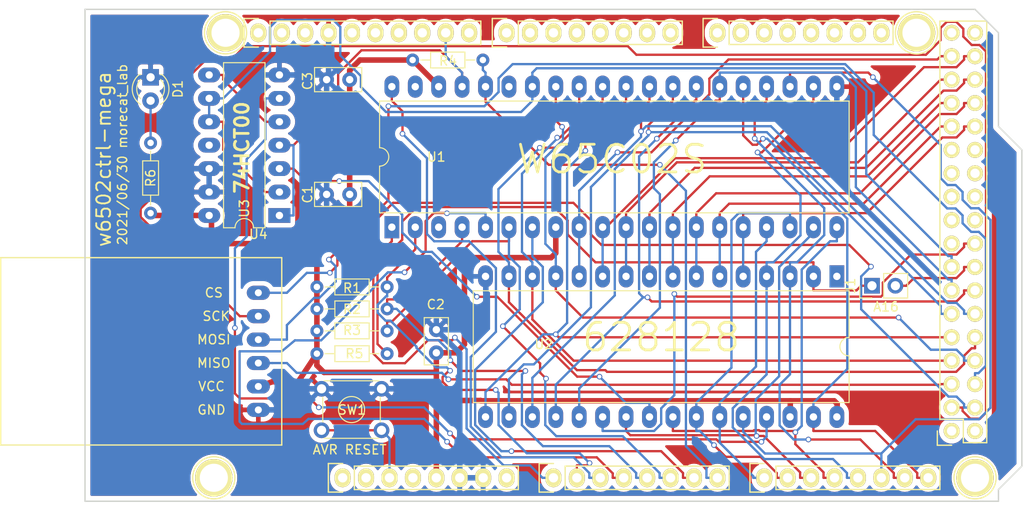
<source format=kicad_pcb>
(kicad_pcb (version 20171130) (host pcbnew "(5.1.9-0-10_14)")
  (title_block (date "mar. 31 mars 2015"))
  (layers (0 F.Cu signal) (31 B.Cu signal) (34 B.Paste user) (35 F.Paste user) (36 B.SilkS user) (37 F.SilkS user) (38 B.Mask user) (39 F.Mask user) (44 Edge.Cuts user))
  (net 0 "")
  (net 1 GND)
  (net 2 +5V)
  (net 3 /IOREF)
  (net 4 /Vin)
  (net 5 /AREF)
  (net 6 "Net-(P8-Pad1)")
  (net 7 "Net-(P10-Pad1)")
  (net 8 "Net-(P11-Pad1)")
  (net 9 "Net-(P13-Pad1)")
  (net 10 "Net-(P2-Pad1)")
  (net 11 +3V3)
  (net 12 "Net-(D1-Pad2)")
  (net 13 "Net-(J1-Pad1)")
  (net 14 A16)
  (net 15 SCK)
  (net 16 SS)
  (net 17 MISO)
  (net 18 MOSI)
  (net 19 D1)
  (net 20 D0)
  (net 21 D3)
  (net 22 D2)
  (net 23 D5)
  (net 24 D4)
  (net 25 D7)
  (net 26 D6)
  (net 27 RW)
  (net 28 /PD7)
  (net 29 RAME)
  (net 30 A9)
  (net 31 A8)
  (net 32 A11)
  (net 33 A10)
  (net 34 A13)
  (net 35 A12)
  (net 36 A15)
  (net 37 A14)
  (net 38 A6)
  (net 39 A7)
  (net 40 A4)
  (net 41 A5)
  (net 42 A2)
  (net 43 A3)
  (net 44 A0)
  (net 45 A1)
  (net 46 VP)
  (net 47 RDY)
  (net 48 RESET)
  (net 49 ML)
  (net 50 IRQ)
  (net 51 NMI)
  (net 52 SYNC)
  (net 53 BE)
  (net 54 /PD0)
  (net 55 /PD1)
  (net 56 /PB7)
  (net 57 /PB6)
  (net 58 /PB5)
  (net 59 /PB4)
  (net 60 PHI2)
  (net 61 /PH5)
  (net 62 /PH4)
  (net 63 /PH3)
  (net 64 /PE3)
  (net 65 /PG5)
  (net 66 /PE5)
  (net 67 /PE4)
  (net 68 /PE1)
  (net 69 /PE0)
  (net 70 /PJ1)
  (net 71 /PJ0)
  (net 72 /PH1)
  (net 73 /PH0)
  (net 74 /PD3)
  (net 75 /PD2)
  (net 76 "Net-(U1-Pad3)")
  (net 77 "Net-(U1-Pad39)")
  (net 78 "Net-(U2-Pad1)")
  (net 79 "Net-(U2-Pad24)")
  (net 80 "Net-(U2-Pad29)")
  (net 81 "Net-(U3-Pad5)")
  (net 82 "Net-(U3-Pad11)")
  (net 83 AVR_RESET)
  (net 84 "Net-(P1-Pad1)")
  (net 85 "Net-(P1-Pad2)")
  (net 86 "Net-(P1-Pad35)")
  (net 87 "Net-(P1-Pad36)")
  (net 88 /PD0-1)
  (net 89 /PD1-1)
  (net 90 /PC1)
  (net 91 /PC0)
  (net 92 /PC3)
  (net 93 /PC2)
  (net 94 /PC5)
  (net 95 /PC4)
  (net 96 /PC7)
  (net 97 /PC6)
  (module w6502ctrl-mega:MicroSDCardAdapter (layer F.Cu) (at 122.174 99.06)
    (fp_text reference U4 (at 0 -6.35) (layer F.SilkS))
    (fp_text value MicroCardAdapter)
    (fp_text user GND (at -5.08 12.7) (layer F.SilkS))
    (fp_text user VCC (at -5.08 10.16) (layer F.SilkS))
    (fp_text user MISO (at -4.826 7.62) (layer F.SilkS))
    (fp_text user MOSI (at -4.826 5.08) (layer F.SilkS))
    (fp_text user SCK (at -4.572 2.54) (layer F.SilkS))
    (fp_text user CS (at -4.826 0) (layer F.SilkS))
    (pad 6 thru_hole oval (at 0 12.7) (size 2.5 1.524) (drill 0.762) (layers *.Cu *.Mask) (net 1 GND))
    (pad 5 thru_hole oval (at 0 10.16) (size 2.5 1.524) (drill 0.762) (layers *.Cu *.Mask) (net 2 +5V))
    (pad 4 thru_hole oval (at 0 7.62) (size 2.5 1.524) (drill 0.762) (layers *.Cu *.Mask) (net 17 MISO))
    (pad 3 thru_hole oval (at 0 5.08) (size 2.5 1.524) (drill 0.762) (layers *.Cu *.Mask) (net 18 MOSI))
    (pad 2 thru_hole oval (at 0 2.54) (size 2.5 1.524) (drill 0.762) (layers *.Cu *.Mask) (net 15 SCK))
    (pad 1 thru_hole oval (at 0 0) (size 2.5 1.524) (drill 0.762) (layers *.Cu *.Mask) (net 16 SS))
  )
  (module Buttons_Switches_ThroughHole:SW_TH_Tactile_Omron_B3F-10xx (layer F.Cu) (at 129.032 109.474)
    (fp_text reference SW1 (at 3.302 2.286) (layer F.SilkS))
    (fp_text value SW_MEC_5E hide)
    (pad 4 thru_hole circle (at 6.5 4.5) (size 1.7 1.7) (drill 1) (layers *.Cu *.Mask) (net 83 AVR_RESET))
    (pad 3 thru_hole circle (at 0 4.5) (size 1.7 1.7) (drill 1) (layers *.Cu *.Mask) (net 83 AVR_RESET))
    (pad 2 thru_hole circle (at 6.5 0) (size 1.7 1.7) (drill 1) (layers *.Cu *.Mask) (net 1 GND))
    (pad 1 thru_hole circle (at 0 0) (size 1.7 1.7) (drill 1) (layers *.Cu *.Mask) (net 1 GND))
  )
  (module Pin_Headers:Pin_Header_Straight_1x02_Pitch2.54mm (layer F.Cu) (at 188.722 98.298 90)
    (fp_text reference J1 (at 0 -2.33 90) (layer F.SilkS))
    (fp_text value Conn_01x02_Female hide)
    (pad 1 thru_hole rect (at 0 0 90) (size 1.7 1.7) (drill 1) (layers *.Cu *.Mask) (net 13 "Net-(J1-Pad1)"))
    (pad 2 thru_hole oval (at 0 2.54 90) (size 1.7 1.7) (drill 1) (layers *.Cu *.Mask) (net 14 A16))
  )
  (module Housings_DIP:DIP-14_W7.62mm_LongPads (layer F.Cu) (at 124.46 90.678 180)
    (fp_text reference U3 (at 3.81 0.762 90) (layer F.SilkS))
    (fp_text value 74HC00)
    (pad 1 thru_hole rect (at 0 0 180) (size 2.4 1.6) (drill 0.8) (layers *.Cu *.Mask) (net 60 PHI2))
    (pad 8 thru_hole oval (at 7.62 15.24 180) (size 2.4 1.6) (drill 0.8) (layers *.Cu *.Mask) (net 81 "Net-(U3-Pad5)"))
    (pad 2 thru_hole oval (at 0 2.54 180) (size 2.4 1.6) (drill 0.8) (layers *.Cu *.Mask) (net 27 RW))
    (pad 9 thru_hole oval (at 7.62 12.7 180) (size 2.4 1.6) (drill 0.8) (layers *.Cu *.Mask) (net 27 RW))
    (pad 3 thru_hole oval (at 0 5.08 180) (size 2.4 1.6) (drill 0.8) (layers *.Cu *.Mask) (net 79 "Net-(U2-Pad24)"))
    (pad 10 thru_hole oval (at 7.62 10.16 180) (size 2.4 1.6) (drill 0.8) (layers *.Cu *.Mask) (net 27 RW))
    (pad 4 thru_hole oval (at 0 7.62 180) (size 2.4 1.6) (drill 0.8) (layers *.Cu *.Mask) (net 60 PHI2))
    (pad 11 thru_hole oval (at 7.62 7.62 180) (size 2.4 1.6) (drill 0.8) (layers *.Cu *.Mask) (net 82 "Net-(U3-Pad11)"))
    (pad 5 thru_hole oval (at 0 10.16 180) (size 2.4 1.6) (drill 0.8) (layers *.Cu *.Mask) (net 81 "Net-(U3-Pad5)"))
    (pad 12 thru_hole oval (at 7.62 5.08 180) (size 2.4 1.6) (drill 0.8) (layers *.Cu *.Mask) (net 1 GND))
    (pad 6 thru_hole oval (at 0 12.7 180) (size 2.4 1.6) (drill 0.8) (layers *.Cu *.Mask) (net 80 "Net-(U2-Pad29)"))
    (pad 13 thru_hole oval (at 7.62 2.54 180) (size 2.4 1.6) (drill 0.8) (layers *.Cu *.Mask) (net 1 GND))
    (pad 7 thru_hole oval (at 0 15.24 180) (size 2.4 1.6) (drill 0.8) (layers *.Cu *.Mask) (net 1 GND))
    (pad 14 thru_hole oval (at 7.62 0 180) (size 2.4 1.6) (drill 0.8) (layers *.Cu *.Mask) (net 2 +5V))
  )
  (module Housings_DIP:DIP-32_W15.24mm_LongPads (layer F.Cu) (at 184.912 97.282 270)
    (fp_text reference U2 (at 7.366 31.78175) (layer F.SilkS))
    (fp_text value 628128)
    (pad 1 thru_hole rect (at 0 0 270) (size 2.4 1.6) (drill 0.8) (layers *.Cu *.Mask) (net 78 "Net-(U2-Pad1)"))
    (pad 17 thru_hole oval (at 15.24 38.1 270) (size 2.4 1.6) (drill 0.8) (layers *.Cu *.Mask) (net 21 D3))
    (pad 2 thru_hole oval (at 0 2.54 270) (size 2.4 1.6) (drill 0.8) (layers *.Cu *.Mask) (net 13 "Net-(J1-Pad1)"))
    (pad 18 thru_hole oval (at 15.24 35.56 270) (size 2.4 1.6) (drill 0.8) (layers *.Cu *.Mask) (net 24 D4))
    (pad 3 thru_hole oval (at 0 5.08 270) (size 2.4 1.6) (drill 0.8) (layers *.Cu *.Mask) (net 37 A14))
    (pad 19 thru_hole oval (at 15.24 33.02 270) (size 2.4 1.6) (drill 0.8) (layers *.Cu *.Mask) (net 23 D5))
    (pad 4 thru_hole oval (at 0 7.62 270) (size 2.4 1.6) (drill 0.8) (layers *.Cu *.Mask) (net 35 A12))
    (pad 20 thru_hole oval (at 15.24 30.48 270) (size 2.4 1.6) (drill 0.8) (layers *.Cu *.Mask) (net 26 D6))
    (pad 5 thru_hole oval (at 0 10.16 270) (size 2.4 1.6) (drill 0.8) (layers *.Cu *.Mask) (net 39 A7))
    (pad 21 thru_hole oval (at 15.24 27.94 270) (size 2.4 1.6) (drill 0.8) (layers *.Cu *.Mask) (net 25 D7))
    (pad 6 thru_hole oval (at 0 12.7 270) (size 2.4 1.6) (drill 0.8) (layers *.Cu *.Mask) (net 38 A6))
    (pad 22 thru_hole oval (at 15.24 25.4 270) (size 2.4 1.6) (drill 0.8) (layers *.Cu *.Mask) (net 29 RAME))
    (pad 7 thru_hole oval (at 0 15.24 270) (size 2.4 1.6) (drill 0.8) (layers *.Cu *.Mask) (net 41 A5))
    (pad 23 thru_hole oval (at 15.24 22.86 270) (size 2.4 1.6) (drill 0.8) (layers *.Cu *.Mask) (net 33 A10))
    (pad 8 thru_hole oval (at 0 17.78 270) (size 2.4 1.6) (drill 0.8) (layers *.Cu *.Mask) (net 40 A4))
    (pad 24 thru_hole oval (at 15.24 20.32 270) (size 2.4 1.6) (drill 0.8) (layers *.Cu *.Mask) (net 79 "Net-(U2-Pad24)"))
    (pad 9 thru_hole oval (at 0 20.32 270) (size 2.4 1.6) (drill 0.8) (layers *.Cu *.Mask) (net 43 A3))
    (pad 25 thru_hole oval (at 15.24 17.78 270) (size 2.4 1.6) (drill 0.8) (layers *.Cu *.Mask) (net 32 A11))
    (pad 10 thru_hole oval (at 0 22.86 270) (size 2.4 1.6) (drill 0.8) (layers *.Cu *.Mask) (net 42 A2))
    (pad 26 thru_hole oval (at 15.24 15.24 270) (size 2.4 1.6) (drill 0.8) (layers *.Cu *.Mask) (net 30 A9))
    (pad 11 thru_hole oval (at 0 25.4 270) (size 2.4 1.6) (drill 0.8) (layers *.Cu *.Mask) (net 45 A1))
    (pad 27 thru_hole oval (at 15.24 12.7 270) (size 2.4 1.6) (drill 0.8) (layers *.Cu *.Mask) (net 31 A8))
    (pad 12 thru_hole oval (at 0 27.94 270) (size 2.4 1.6) (drill 0.8) (layers *.Cu *.Mask) (net 44 A0))
    (pad 28 thru_hole oval (at 15.24 10.16 270) (size 2.4 1.6) (drill 0.8) (layers *.Cu *.Mask) (net 34 A13))
    (pad 13 thru_hole oval (at 0 30.48 270) (size 2.4 1.6) (drill 0.8) (layers *.Cu *.Mask) (net 20 D0))
    (pad 29 thru_hole oval (at 15.24 7.62 270) (size 2.4 1.6) (drill 0.8) (layers *.Cu *.Mask) (net 80 "Net-(U2-Pad29)"))
    (pad 14 thru_hole oval (at 0 33.02 270) (size 2.4 1.6) (drill 0.8) (layers *.Cu *.Mask) (net 19 D1))
    (pad 30 thru_hole oval (at 15.24 5.08 270) (size 2.4 1.6) (drill 0.8) (layers *.Cu *.Mask) (net 2 +5V))
    (pad 15 thru_hole oval (at 0 35.56 270) (size 2.4 1.6) (drill 0.8) (layers *.Cu *.Mask) (net 22 D2))
    (pad 31 thru_hole oval (at 15.24 2.54 270) (size 2.4 1.6) (drill 0.8) (layers *.Cu *.Mask) (net 36 A15))
    (pad 16 thru_hole oval (at 0 38.1 270) (size 2.4 1.6) (drill 0.8) (layers *.Cu *.Mask) (net 1 GND))
    (pad 32 thru_hole oval (at 15.24 0 270) (size 2.4 1.6) (drill 0.8) (layers *.Cu *.Mask) (net 2 +5V))
  )
  (module Housings_DIP:DIP-40_W15.24mm_LongPads (layer F.Cu) (at 136.652 91.948 90)
    (fp_text reference U1 (at 7.62 4.826) (layer F.SilkS))
    (fp_text value W65C02)
    (pad 1 thru_hole rect (at 0 0 90) (size 2.4 1.6) (drill 0.8) (layers *.Cu *.Mask) (net 46 VP))
    (pad 21 thru_hole oval (at 15.24 48.26 90) (size 2.4 1.6) (drill 0.8) (layers *.Cu *.Mask) (net 1 GND))
    (pad 2 thru_hole oval (at 0 2.54 90) (size 2.4 1.6) (drill 0.8) (layers *.Cu *.Mask) (net 47 RDY))
    (pad 22 thru_hole oval (at 15.24 45.72 90) (size 2.4 1.6) (drill 0.8) (layers *.Cu *.Mask) (net 35 A12))
    (pad 3 thru_hole oval (at 0 5.08 90) (size 2.4 1.6) (drill 0.8) (layers *.Cu *.Mask) (net 76 "Net-(U1-Pad3)"))
    (pad 23 thru_hole oval (at 15.24 43.18 90) (size 2.4 1.6) (drill 0.8) (layers *.Cu *.Mask) (net 34 A13))
    (pad 4 thru_hole oval (at 0 7.62 90) (size 2.4 1.6) (drill 0.8) (layers *.Cu *.Mask) (net 50 IRQ))
    (pad 24 thru_hole oval (at 15.24 40.64 90) (size 2.4 1.6) (drill 0.8) (layers *.Cu *.Mask) (net 37 A14))
    (pad 5 thru_hole oval (at 0 10.16 90) (size 2.4 1.6) (drill 0.8) (layers *.Cu *.Mask) (net 49 ML))
    (pad 25 thru_hole oval (at 15.24 38.1 90) (size 2.4 1.6) (drill 0.8) (layers *.Cu *.Mask) (net 36 A15))
    (pad 6 thru_hole oval (at 0 12.7 90) (size 2.4 1.6) (drill 0.8) (layers *.Cu *.Mask) (net 51 NMI))
    (pad 26 thru_hole oval (at 15.24 35.56 90) (size 2.4 1.6) (drill 0.8) (layers *.Cu *.Mask) (net 25 D7))
    (pad 7 thru_hole oval (at 0 15.24 90) (size 2.4 1.6) (drill 0.8) (layers *.Cu *.Mask) (net 52 SYNC))
    (pad 27 thru_hole oval (at 15.24 33.02 90) (size 2.4 1.6) (drill 0.8) (layers *.Cu *.Mask) (net 26 D6))
    (pad 8 thru_hole oval (at 0 17.78 90) (size 2.4 1.6) (drill 0.8) (layers *.Cu *.Mask) (net 2 +5V))
    (pad 28 thru_hole oval (at 15.24 30.48 90) (size 2.4 1.6) (drill 0.8) (layers *.Cu *.Mask) (net 23 D5))
    (pad 9 thru_hole oval (at 0 20.32 90) (size 2.4 1.6) (drill 0.8) (layers *.Cu *.Mask) (net 44 A0))
    (pad 29 thru_hole oval (at 15.24 27.94 90) (size 2.4 1.6) (drill 0.8) (layers *.Cu *.Mask) (net 24 D4))
    (pad 10 thru_hole oval (at 0 22.86 90) (size 2.4 1.6) (drill 0.8) (layers *.Cu *.Mask) (net 45 A1))
    (pad 30 thru_hole oval (at 15.24 25.4 90) (size 2.4 1.6) (drill 0.8) (layers *.Cu *.Mask) (net 21 D3))
    (pad 11 thru_hole oval (at 0 25.4 90) (size 2.4 1.6) (drill 0.8) (layers *.Cu *.Mask) (net 42 A2))
    (pad 31 thru_hole oval (at 15.24 22.86 90) (size 2.4 1.6) (drill 0.8) (layers *.Cu *.Mask) (net 22 D2))
    (pad 12 thru_hole oval (at 0 27.94 90) (size 2.4 1.6) (drill 0.8) (layers *.Cu *.Mask) (net 43 A3))
    (pad 32 thru_hole oval (at 15.24 20.32 90) (size 2.4 1.6) (drill 0.8) (layers *.Cu *.Mask) (net 19 D1))
    (pad 13 thru_hole oval (at 0 30.48 90) (size 2.4 1.6) (drill 0.8) (layers *.Cu *.Mask) (net 40 A4))
    (pad 33 thru_hole oval (at 15.24 17.78 90) (size 2.4 1.6) (drill 0.8) (layers *.Cu *.Mask) (net 20 D0))
    (pad 14 thru_hole oval (at 0 33.02 90) (size 2.4 1.6) (drill 0.8) (layers *.Cu *.Mask) (net 41 A5))
    (pad 34 thru_hole oval (at 15.24 15.24 90) (size 2.4 1.6) (drill 0.8) (layers *.Cu *.Mask) (net 27 RW))
    (pad 15 thru_hole oval (at 0 35.56 90) (size 2.4 1.6) (drill 0.8) (layers *.Cu *.Mask) (net 38 A6))
    (pad 35 thru_hole oval (at 15.24 12.7 90) (size 2.4 1.6) (drill 0.8) (layers *.Cu *.Mask))
    (pad 16 thru_hole oval (at 0 38.1 90) (size 2.4 1.6) (drill 0.8) (layers *.Cu *.Mask) (net 39 A7))
    (pad 36 thru_hole oval (at 15.24 10.16 90) (size 2.4 1.6) (drill 0.8) (layers *.Cu *.Mask) (net 53 BE))
    (pad 17 thru_hole oval (at 0 40.64 90) (size 2.4 1.6) (drill 0.8) (layers *.Cu *.Mask) (net 31 A8))
    (pad 37 thru_hole oval (at 15.24 7.62 90) (size 2.4 1.6) (drill 0.8) (layers *.Cu *.Mask) (net 60 PHI2))
    (pad 18 thru_hole oval (at 0 43.18 90) (size 2.4 1.6) (drill 0.8) (layers *.Cu *.Mask) (net 30 A9))
    (pad 38 thru_hole oval (at 15.24 5.08 90) (size 2.4 1.6) (drill 0.8) (layers *.Cu *.Mask) (net 2 +5V))
    (pad 19 thru_hole oval (at 0 45.72 90) (size 2.4 1.6) (drill 0.8) (layers *.Cu *.Mask) (net 33 A10))
    (pad 39 thru_hole oval (at 15.24 2.54 90) (size 2.4 1.6) (drill 0.8) (layers *.Cu *.Mask) (net 77 "Net-(U1-Pad39)"))
    (pad 20 thru_hole oval (at 0 48.26 90) (size 2.4 1.6) (drill 0.8) (layers *.Cu *.Mask) (net 32 A11))
    (pad 40 thru_hole oval (at 15.24 0 90) (size 2.4 1.6) (drill 0.8) (layers *.Cu *.Mask) (net 48 RESET))
  )
  (module Resistors_ThroughHole:R_Axial_DIN0204_L3.6mm_D1.6mm_P7.62mm_Horizontal (layer F.Cu) (at 110.49 90.424 90)
    (fp_text reference R6 (at 3.81 0 90) (layer F.SilkS))
    (fp_text value 1k)
    (pad 1 thru_hole circle (at 0 0 90) (size 1.4 1.4) (drill 0.7) (layers *.Cu *.Mask) (net 2 +5V))
    (pad 2 thru_hole oval (at 7.62 0 90) (size 1.4 1.4) (drill 0.7) (layers *.Cu *.Mask) (net 12 "Net-(D1-Pad2)"))
  )
  (module Resistors_ThroughHole:R_Axial_DIN0204_L3.6mm_D1.6mm_P7.62mm_Horizontal (layer F.Cu) (at 136.144 105.664 180)
    (fp_text reference R5 (at 3.556 0) (layer F.SilkS))
    (fp_text value 10k)
    (pad 1 thru_hole circle (at 0 0 180) (size 1.4 1.4) (drill 0.7) (layers *.Cu *.Mask) (net 13 "Net-(J1-Pad1)"))
    (pad 2 thru_hole oval (at 7.62 0 180) (size 1.4 1.4) (drill 0.7) (layers *.Cu *.Mask) (net 2 +5V))
  )
  (module Resistors_ThroughHole:R_Axial_DIN0204_L3.6mm_D1.6mm_P7.62mm_Horizontal (layer F.Cu) (at 138.906 73.8188)
    (fp_text reference R4 (at 3.842 0.09525) (layer F.SilkS))
    (fp_text value 3.3k)
    (pad 1 thru_hole circle (at 0 0) (size 1.4 1.4) (drill 0.7) (layers *.Cu *.Mask) (net 2 +5V))
    (pad 2 thru_hole oval (at 7.62 0) (size 1.4 1.4) (drill 0.7) (layers *.Cu *.Mask) (net 53 BE))
  )
  (module Resistors_ThroughHole:R_Axial_DIN0204_L3.6mm_D1.6mm_P7.62mm_Horizontal (layer F.Cu) (at 128.524 103.188)
    (fp_text reference R3 (at 3.81 -0.064) (layer F.SilkS))
    (fp_text value 3.3K)
    (pad 1 thru_hole circle (at 0 0) (size 1.4 1.4) (drill 0.7) (layers *.Cu *.Mask) (net 2 +5V))
    (pad 2 thru_hole oval (at 7.62 0) (size 1.4 1.4) (drill 0.7) (layers *.Cu *.Mask) (net 51 NMI))
  )
  (module Resistors_ThroughHole:R_Axial_DIN0204_L3.6mm_D1.6mm_P7.62mm_Horizontal (layer F.Cu) (at 128.524 100.806)
    (fp_text reference R2 (at 3.81 0.03175) (layer F.SilkS))
    (fp_text value 3.3k)
    (pad 1 thru_hole circle (at 0 0) (size 1.4 1.4) (drill 0.7) (layers *.Cu *.Mask) (net 2 +5V))
    (pad 2 thru_hole oval (at 7.62 0) (size 1.4 1.4) (drill 0.7) (layers *.Cu *.Mask) (net 50 IRQ))
  )
  (module Resistors_ThroughHole:R_Axial_DIN0204_L3.6mm_D1.6mm_P7.62mm_Horizontal (layer F.Cu) (at 128.524 98.425)
    (fp_text reference R1 (at 3.81 0.127) (layer F.SilkS))
    (fp_text value 3.3k)
    (pad 1 thru_hole circle (at 0 0) (size 1.4 1.4) (drill 0.7) (layers *.Cu *.Mask) (net 2 +5V))
    (pad 2 thru_hole oval (at 7.62 0) (size 1.4 1.4) (drill 0.7) (layers *.Cu *.Mask) (net 47 RDY))
  )
  (module LEDs:LED_D3.0mm (layer F.Cu) (at 110.49 75.692 270)
    (fp_text reference D1 (at 1.27 -2.96 90) (layer F.SilkS))
    (fp_text value LED)
    (pad 1 thru_hole rect (at 0 0 270) (size 1.8 1.8) (drill 0.9) (layers *.Cu *.Mask) (net 1 GND))
    (pad 2 thru_hole circle (at 2.54 0 270) (size 1.8 1.8) (drill 0.9) (layers *.Cu *.Mask) (net 12 "Net-(D1-Pad2)"))
  )
  (module Capacitors_ThroughHole:C_Disc_D5.0mm_W2.5mm_P2.50mm (layer F.Cu) (at 132.08 75.946 180)
    (fp_text reference C3 (at 4.572 -0.15875 90) (layer F.SilkS))
    (fp_text value 100nF hide)
    (pad 1 thru_hole circle (at 0 0 180) (size 1.6 1.6) (drill 0.8) (layers *.Cu *.Mask) (net 2 +5V))
    (pad 2 thru_hole circle (at 2.5 0 180) (size 1.6 1.6) (drill 0.8) (layers *.Cu *.Mask) (net 1 GND))
  )
  (module Capacitors_ThroughHole:C_Disc_D5.0mm_W2.5mm_P2.50mm (layer F.Cu) (at 141.478 105.569 90)
    (fp_text reference C2 (at 5.23875 -0.0635) (layer F.SilkS))
    (fp_text value 100nF hide)
    (pad 1 thru_hole circle (at 0 0 90) (size 1.6 1.6) (drill 0.8) (layers *.Cu *.Mask) (net 2 +5V))
    (pad 2 thru_hole circle (at 2.5 0 90) (size 1.6 1.6) (drill 0.8) (layers *.Cu *.Mask) (net 1 GND))
  )
  (module Capacitors_ThroughHole:C_Disc_D5.0mm_W2.5mm_P2.50mm (layer F.Cu) (at 132.08 88.392 180)
    (fp_text reference C1 (at 4.572 0 90) (layer F.SilkS))
    (fp_text value 100nF hide)
    (pad 1 thru_hole circle (at 0 0 180) (size 1.6 1.6) (drill 0.8) (layers *.Cu *.Mask) (net 2 +5V))
    (pad 2 thru_hole circle (at 2.5 0 180) (size 1.6 1.6) (drill 0.8) (layers *.Cu *.Mask) (net 1 GND))
  )
  (module Socket_Arduino_Mega:Socket_Strip_Arduino_2x18 (layer F.Cu) (at 197.358 114.046 90)
    (fp_text reference P1 hide)
    (fp_text value Digital hide)
    (pad 1 thru_hole circle (at 0 0 90) (size 1.7272 1.7272) (drill 1.016) (layers *.Cu *.Mask F.SilkS) (net 84 "Net-(P1-Pad1)"))
    (pad 2 thru_hole oval (at 0 2.54 90) (size 1.7272 1.7272) (drill 1.016) (layers *.Cu *.Mask F.SilkS) (net 85 "Net-(P1-Pad2)"))
    (pad 3 thru_hole oval (at 2.54 0 90) (size 1.7272 1.7272) (drill 1.016) (layers *.Cu *.Mask F.SilkS) (net 15 SCK))
    (pad 4 thru_hole oval (at 2.54 2.54 90) (size 1.7272 1.7272) (drill 1.016) (layers *.Cu *.Mask F.SilkS) (net 16 SS))
    (pad 5 thru_hole oval (at 5.08 0 90) (size 1.7272 1.7272) (drill 1.016) (layers *.Cu *.Mask F.SilkS) (net 17 MISO))
    (pad 6 thru_hole oval (at 5.08 2.54 90) (size 1.7272 1.7272) (drill 1.016) (layers *.Cu *.Mask F.SilkS) (net 18 MOSI))
    (pad 7 thru_hole oval (at 7.62 0 90) (size 1.7272 1.7272) (drill 1.016) (layers *.Cu *.Mask F.SilkS) (net 19 D1))
    (pad 8 thru_hole oval (at 7.62 2.54 90) (size 1.7272 1.7272) (drill 1.016) (layers *.Cu *.Mask F.SilkS) (net 20 D0))
    (pad 9 thru_hole oval (at 10.16 0 90) (size 1.7272 1.7272) (drill 1.016) (layers *.Cu *.Mask F.SilkS) (net 21 D3))
    (pad 10 thru_hole oval (at 10.16 2.54 90) (size 1.7272 1.7272) (drill 1.016) (layers *.Cu *.Mask F.SilkS) (net 22 D2))
    (pad 11 thru_hole oval (at 12.7 0 90) (size 1.7272 1.7272) (drill 1.016) (layers *.Cu *.Mask F.SilkS) (net 23 D5))
    (pad 12 thru_hole oval (at 12.7 2.54 90) (size 1.7272 1.7272) (drill 1.016) (layers *.Cu *.Mask F.SilkS) (net 24 D4))
    (pad 13 thru_hole oval (at 15.24 0 90) (size 1.7272 1.7272) (drill 1.016) (layers *.Cu *.Mask F.SilkS) (net 25 D7))
    (pad 14 thru_hole oval (at 15.24 2.54 90) (size 1.7272 1.7272) (drill 1.016) (layers *.Cu *.Mask F.SilkS) (net 26 D6))
    (pad 15 thru_hole oval (at 17.78 0 90) (size 1.7272 1.7272) (drill 1.016) (layers *.Cu *.Mask F.SilkS) (net 27 RW))
    (pad 16 thru_hole oval (at 17.78 2.54 90) (size 1.7272 1.7272) (drill 1.016) (layers *.Cu *.Mask F.SilkS) (net 14 A16))
    (pad 17 thru_hole oval (at 20.32 0 90) (size 1.7272 1.7272) (drill 1.016) (layers *.Cu *.Mask F.SilkS) (net 28 /PD7))
    (pad 18 thru_hole oval (at 20.32 2.54 90) (size 1.7272 1.7272) (drill 1.016) (layers *.Cu *.Mask F.SilkS) (net 29 RAME))
    (pad 19 thru_hole oval (at 22.86 0 90) (size 1.7272 1.7272) (drill 1.016) (layers *.Cu *.Mask F.SilkS) (net 90 /PC1))
    (pad 20 thru_hole oval (at 22.86 2.54 90) (size 1.7272 1.7272) (drill 1.016) (layers *.Cu *.Mask F.SilkS) (net 91 /PC0))
    (pad 21 thru_hole oval (at 25.4 0 90) (size 1.7272 1.7272) (drill 1.016) (layers *.Cu *.Mask F.SilkS) (net 92 /PC3))
    (pad 22 thru_hole oval (at 25.4 2.54 90) (size 1.7272 1.7272) (drill 1.016) (layers *.Cu *.Mask F.SilkS) (net 93 /PC2))
    (pad 23 thru_hole oval (at 27.94 0 90) (size 1.7272 1.7272) (drill 1.016) (layers *.Cu *.Mask F.SilkS) (net 94 /PC5))
    (pad 24 thru_hole oval (at 27.94 2.54 90) (size 1.7272 1.7272) (drill 1.016) (layers *.Cu *.Mask F.SilkS) (net 95 /PC4))
    (pad 25 thru_hole oval (at 30.48 0 90) (size 1.7272 1.7272) (drill 1.016) (layers *.Cu *.Mask F.SilkS) (net 96 /PC7))
    (pad 26 thru_hole oval (at 30.48 2.54 90) (size 1.7272 1.7272) (drill 1.016) (layers *.Cu *.Mask F.SilkS) (net 97 /PC6))
    (pad 27 thru_hole oval (at 33.02 0 90) (size 1.7272 1.7272) (drill 1.016) (layers *.Cu *.Mask F.SilkS) (net 38 A6))
    (pad 28 thru_hole oval (at 33.02 2.54 90) (size 1.7272 1.7272) (drill 1.016) (layers *.Cu *.Mask F.SilkS) (net 39 A7))
    (pad 29 thru_hole oval (at 35.56 0 90) (size 1.7272 1.7272) (drill 1.016) (layers *.Cu *.Mask F.SilkS) (net 40 A4))
    (pad 30 thru_hole oval (at 35.56 2.54 90) (size 1.7272 1.7272) (drill 1.016) (layers *.Cu *.Mask F.SilkS) (net 41 A5))
    (pad 31 thru_hole oval (at 38.1 0 90) (size 1.7272 1.7272) (drill 1.016) (layers *.Cu *.Mask F.SilkS) (net 42 A2))
    (pad 32 thru_hole oval (at 38.1 2.54 90) (size 1.7272 1.7272) (drill 1.016) (layers *.Cu *.Mask F.SilkS) (net 43 A3))
    (pad 33 thru_hole oval (at 40.64 0 90) (size 1.7272 1.7272) (drill 1.016) (layers *.Cu *.Mask F.SilkS) (net 44 A0))
    (pad 34 thru_hole oval (at 40.64 2.54 90) (size 1.7272 1.7272) (drill 1.016) (layers *.Cu *.Mask F.SilkS) (net 45 A1))
    (pad 35 thru_hole oval (at 43.18 0 90) (size 1.7272 1.7272) (drill 1.016) (layers *.Cu *.Mask F.SilkS) (net 86 "Net-(P1-Pad35)"))
    (pad 36 thru_hole oval (at 43.18 2.54 90) (size 1.7272 1.7272) (drill 1.016) (layers *.Cu *.Mask F.SilkS) (net 87 "Net-(P1-Pad36)"))
  )
  (module Socket_Arduino_Mega:Socket_Strip_Arduino_1x08 (layer F.Cu) (at 131.318 119.126)
    (fp_text reference P2 hide)
    (fp_text value Power hide)
    (pad 1 thru_hole oval (at 0 0) (size 1.7272 2.032) (drill 1.016) (layers *.Cu *.Mask F.SilkS) (net 10 "Net-(P2-Pad1)"))
    (pad 2 thru_hole oval (at 2.54 0) (size 1.7272 2.032) (drill 1.016) (layers *.Cu *.Mask F.SilkS) (net 3 /IOREF))
    (pad 3 thru_hole oval (at 5.08 0) (size 1.7272 2.032) (drill 1.016) (layers *.Cu *.Mask F.SilkS) (net 83 AVR_RESET))
    (pad 4 thru_hole oval (at 7.62 0) (size 1.7272 2.032) (drill 1.016) (layers *.Cu *.Mask F.SilkS) (net 11 +3V3))
    (pad 5 thru_hole oval (at 10.16 0) (size 1.7272 2.032) (drill 1.016) (layers *.Cu *.Mask F.SilkS) (net 2 +5V))
    (pad 6 thru_hole oval (at 12.7 0) (size 1.7272 2.032) (drill 1.016) (layers *.Cu *.Mask F.SilkS) (net 1 GND))
    (pad 7 thru_hole oval (at 15.24 0) (size 1.7272 2.032) (drill 1.016) (layers *.Cu *.Mask F.SilkS) (net 1 GND))
    (pad 8 thru_hole oval (at 17.78 0) (size 1.7272 2.032) (drill 1.016) (layers *.Cu *.Mask F.SilkS) (net 4 /Vin))
  )
  (module Socket_Arduino_Mega:Socket_Strip_Arduino_1x08 (layer F.Cu) (at 154.178 119.126)
    (fp_text reference P3 hide)
    (fp_text value Analog hide)
    (pad 1 thru_hole oval (at 0 0) (size 1.7272 2.032) (drill 1.016) (layers *.Cu *.Mask F.SilkS) (net 46 VP))
    (pad 2 thru_hole oval (at 2.54 0) (size 1.7272 2.032) (drill 1.016) (layers *.Cu *.Mask F.SilkS) (net 47 RDY))
    (pad 3 thru_hole oval (at 5.08 0) (size 1.7272 2.032) (drill 1.016) (layers *.Cu *.Mask F.SilkS) (net 48 RESET))
    (pad 4 thru_hole oval (at 7.62 0) (size 1.7272 2.032) (drill 1.016) (layers *.Cu *.Mask F.SilkS) (net 49 ML))
    (pad 5 thru_hole oval (at 10.16 0) (size 1.7272 2.032) (drill 1.016) (layers *.Cu *.Mask F.SilkS) (net 50 IRQ))
    (pad 6 thru_hole oval (at 12.7 0) (size 1.7272 2.032) (drill 1.016) (layers *.Cu *.Mask F.SilkS) (net 51 NMI))
    (pad 7 thru_hole oval (at 15.24 0) (size 1.7272 2.032) (drill 1.016) (layers *.Cu *.Mask F.SilkS) (net 52 SYNC))
    (pad 8 thru_hole oval (at 17.78 0) (size 1.7272 2.032) (drill 1.016) (layers *.Cu *.Mask F.SilkS) (net 53 BE))
  )
  (module Socket_Arduino_Mega:Socket_Strip_Arduino_1x08 (layer F.Cu) (at 177.038 119.126)
    (fp_text reference P4 hide)
    (fp_text value Analog hide)
    (pad 1 thru_hole oval (at 0 0) (size 1.7272 2.032) (drill 1.016) (layers *.Cu *.Mask F.SilkS) (net 31 A8))
    (pad 2 thru_hole oval (at 2.54 0) (size 1.7272 2.032) (drill 1.016) (layers *.Cu *.Mask F.SilkS) (net 30 A9))
    (pad 3 thru_hole oval (at 5.08 0) (size 1.7272 2.032) (drill 1.016) (layers *.Cu *.Mask F.SilkS) (net 33 A10))
    (pad 4 thru_hole oval (at 7.62 0) (size 1.7272 2.032) (drill 1.016) (layers *.Cu *.Mask F.SilkS) (net 32 A11))
    (pad 5 thru_hole oval (at 10.16 0) (size 1.7272 2.032) (drill 1.016) (layers *.Cu *.Mask F.SilkS) (net 35 A12))
    (pad 6 thru_hole oval (at 12.7 0) (size 1.7272 2.032) (drill 1.016) (layers *.Cu *.Mask F.SilkS) (net 34 A13))
    (pad 7 thru_hole oval (at 15.24 0) (size 1.7272 2.032) (drill 1.016) (layers *.Cu *.Mask F.SilkS) (net 37 A14))
    (pad 8 thru_hole oval (at 17.78 0) (size 1.7272 2.032) (drill 1.016) (layers *.Cu *.Mask F.SilkS) (net 36 A15))
  )
  (module Socket_Arduino_Mega:Socket_Strip_Arduino_1x10 (layer F.Cu) (at 122.174 70.866)
    (fp_text reference P5 hide)
    (fp_text value PWM hide)
    (pad 1 thru_hole oval (at 0 0) (size 1.7272 2.032) (drill 1.016) (layers *.Cu *.Mask F.SilkS) (net 88 /PD0-1))
    (pad 2 thru_hole oval (at 2.54 0) (size 1.7272 2.032) (drill 1.016) (layers *.Cu *.Mask F.SilkS) (net 89 /PD1-1))
    (pad 3 thru_hole oval (at 5.08 0) (size 1.7272 2.032) (drill 1.016) (layers *.Cu *.Mask F.SilkS) (net 5 /AREF))
    (pad 4 thru_hole oval (at 7.62 0) (size 1.7272 2.032) (drill 1.016) (layers *.Cu *.Mask F.SilkS) (net 1 GND))
    (pad 5 thru_hole oval (at 10.16 0) (size 1.7272 2.032) (drill 1.016) (layers *.Cu *.Mask F.SilkS) (net 56 /PB7))
    (pad 6 thru_hole oval (at 12.7 0) (size 1.7272 2.032) (drill 1.016) (layers *.Cu *.Mask F.SilkS) (net 57 /PB6))
    (pad 7 thru_hole oval (at 15.24 0) (size 1.7272 2.032) (drill 1.016) (layers *.Cu *.Mask F.SilkS) (net 58 /PB5))
    (pad 8 thru_hole oval (at 17.78 0) (size 1.7272 2.032) (drill 1.016) (layers *.Cu *.Mask F.SilkS) (net 59 /PB4))
    (pad 9 thru_hole oval (at 20.32 0) (size 1.7272 2.032) (drill 1.016) (layers *.Cu *.Mask F.SilkS) (net 60 PHI2))
    (pad 10 thru_hole oval (at 22.86 0) (size 1.7272 2.032) (drill 1.016) (layers *.Cu *.Mask F.SilkS) (net 61 /PH5))
  )
  (module Socket_Arduino_Mega:Socket_Strip_Arduino_1x08 (layer F.Cu) (at 149.098 70.866)
    (fp_text reference P6 hide)
    (fp_text value PWM hide)
    (pad 1 thru_hole oval (at 0 0) (size 1.7272 2.032) (drill 1.016) (layers *.Cu *.Mask F.SilkS) (net 62 /PH4))
    (pad 2 thru_hole oval (at 2.54 0) (size 1.7272 2.032) (drill 1.016) (layers *.Cu *.Mask F.SilkS) (net 63 /PH3))
    (pad 3 thru_hole oval (at 5.08 0) (size 1.7272 2.032) (drill 1.016) (layers *.Cu *.Mask F.SilkS) (net 64 /PE3))
    (pad 4 thru_hole oval (at 7.62 0) (size 1.7272 2.032) (drill 1.016) (layers *.Cu *.Mask F.SilkS) (net 65 /PG5))
    (pad 5 thru_hole oval (at 10.16 0) (size 1.7272 2.032) (drill 1.016) (layers *.Cu *.Mask F.SilkS) (net 66 /PE5))
    (pad 6 thru_hole oval (at 12.7 0) (size 1.7272 2.032) (drill 1.016) (layers *.Cu *.Mask F.SilkS) (net 67 /PE4))
    (pad 7 thru_hole oval (at 15.24 0) (size 1.7272 2.032) (drill 1.016) (layers *.Cu *.Mask F.SilkS) (net 68 /PE1))
    (pad 8 thru_hole oval (at 17.78 0) (size 1.7272 2.032) (drill 1.016) (layers *.Cu *.Mask F.SilkS) (net 69 /PE0))
  )
  (module Socket_Arduino_Mega:Socket_Strip_Arduino_1x08 (layer F.Cu) (at 171.958 70.866)
    (fp_text reference P7 hide)
    (fp_text value Communication hide)
    (pad 1 thru_hole oval (at 0 0) (size 1.7272 2.032) (drill 1.016) (layers *.Cu *.Mask F.SilkS) (net 70 /PJ1))
    (pad 2 thru_hole oval (at 2.54 0) (size 1.7272 2.032) (drill 1.016) (layers *.Cu *.Mask F.SilkS) (net 71 /PJ0))
    (pad 3 thru_hole oval (at 5.08 0) (size 1.7272 2.032) (drill 1.016) (layers *.Cu *.Mask F.SilkS) (net 72 /PH1))
    (pad 4 thru_hole oval (at 7.62 0) (size 1.7272 2.032) (drill 1.016) (layers *.Cu *.Mask F.SilkS) (net 73 /PH0))
    (pad 5 thru_hole oval (at 10.16 0) (size 1.7272 2.032) (drill 1.016) (layers *.Cu *.Mask F.SilkS) (net 74 /PD3))
    (pad 6 thru_hole oval (at 12.7 0) (size 1.7272 2.032) (drill 1.016) (layers *.Cu *.Mask F.SilkS) (net 75 /PD2))
    (pad 7 thru_hole oval (at 15.24 0) (size 1.7272 2.032) (drill 1.016) (layers *.Cu *.Mask F.SilkS) (net 55 /PD1))
    (pad 8 thru_hole oval (at 17.78 0) (size 1.7272 2.032) (drill 1.016) (layers *.Cu *.Mask F.SilkS) (net 54 /PD0))
  )
  (module Socket_Arduino_Mega:Arduino_1pin (layer F.Cu) (at 117.348 119.126)
    (fp_text reference P8 hide)
    (fp_text value CONN_01X01 hide)
    (pad 1 thru_hole circle (at 0 0) (size 4.064 4.064) (drill 3.048) (layers *.Cu *.Mask F.SilkS) (net 6 "Net-(P8-Pad1)"))
  )
  (module Socket_Arduino_Mega:Arduino_1pin (layer F.Cu) (at 199.898 119.126)
    (fp_text reference P10 hide)
    (fp_text value CONN_01X01 hide)
    (pad 1 thru_hole circle (at 0 0) (size 4.064 4.064) (drill 3.048) (layers *.Cu *.Mask F.SilkS) (net 7 "Net-(P10-Pad1)"))
  )
  (module Socket_Arduino_Mega:Arduino_1pin (layer F.Cu) (at 118.618 70.866)
    (fp_text reference P11 hide)
    (fp_text value CONN_01X01 hide)
    (pad 1 thru_hole circle (at 0 0) (size 4.064 4.064) (drill 3.048) (layers *.Cu *.Mask F.SilkS) (net 8 "Net-(P11-Pad1)"))
  )
  (module Socket_Arduino_Mega:Arduino_1pin (layer F.Cu) (at 193.548 70.866)
    (fp_text reference P13 hide)
    (fp_text value CONN_01X01 hide)
    (pad 1 thru_hole circle (at 0 0) (size 4.064 4.064) (drill 3.048) (layers *.Cu *.Mask F.SilkS) (net 9 "Net-(P13-Pad1)"))
  )
  (gr_text "2021/06/30 morecat_lab" (at 107.442 84.074 90) (layer F.SilkS) (effects (font (size 1 1))))
  (gr_text w6502ctrl-mega (at 105.41 84.582 90) (layer F.SilkS) (effects (font (size 1.5 1.5) (thickness 0.2))))
  (gr_text A16 (at 190.246 100.584) (layer F.SilkS) (effects (font (size 1 1))))
  (gr_text 74HCT00 (at 120.396 83.312 90) (layer F.SilkS) (effects (font (size 1.5 1.5) (thickness 0.3))))
  (gr_text 628128 (at 165.862 103.886) (layer F.SilkS) (effects (font (size 3 3) (thickness 0.3))))
  (gr_text W65C02S (at 160.528 84.582) (layer F.SilkS) (effects (font (size 3 3) (thickness 0.3))))
  (gr_text "AVR RESET" (at 132.08 116.078) (layer F.SilkS) (effects (font (size 1 1))))
  (gr_line (start 202.438 121.666) (end 103.378 121.666) (angle 90) (layer Edge.Cuts) (width 0.15))
  (gr_line (start 202.438 120.396) (end 202.438 121.666) (angle 90) (layer Edge.Cuts) (width 0.15))
  (gr_line (start 204.978 117.856) (end 202.438 120.396) (angle 90) (layer Edge.Cuts) (width 0.15))
  (gr_line (start 204.978 83.566) (end 204.978 117.856) (angle 90) (layer Edge.Cuts) (width 0.15))
  (gr_line (start 202.438 81.026) (end 204.978 83.566) (angle 90) (layer Edge.Cuts) (width 0.15))
  (gr_line (start 202.438 70.866) (end 202.438 81.026) (angle 90) (layer Edge.Cuts) (width 0.15))
  (gr_line (start 199.898 68.326) (end 202.438 70.866) (angle 90) (layer Edge.Cuts) (width 0.15))
  (gr_line (start 103.378 68.326) (end 199.898 68.326) (angle 90) (layer Edge.Cuts) (width 0.15))
  (gr_line (start 103.378 121.666) (end 103.378 68.326) (angle 90) (layer Edge.Cuts) (width 0.15))
  (segment (start 135.532 109.474) (end 129.032 109.474) (width 0.6) (layer B.Cu) (net 1))
  (segment (start 141.478 103.069) (end 144.581 103.069) (width 0.6) (layer B.Cu) (net 1))
  (segment (start 144.581 103.069) (end 146.844 100.806) (width 0.6) (layer B.Cu) (net 1))
  (segment (start 146.844 100.806) (end 146.844 97.3138) (width 0.6) (layer B.Cu) (net 1))
  (segment (start 146.844 97.3138) (end 146.812 97.282) (width 0.6) (layer B.Cu) (net 1))
  (segment (start 144.018 109.22) (end 144.018 105.609) (width 0.6) (layer B.Cu) (net 1))
  (segment (start 144.018 105.609) (end 141.478 103.069) (width 0.6) (layer B.Cu) (net 1))
  (segment (start 135.532 109.474) (end 143.764 109.474) (width 0.6) (layer B.Cu) (net 1))
  (segment (start 143.764 109.474) (end 144.018 109.22) (width 0.6) (layer B.Cu) (net 1))
  (segment (start 129.58 88.392) (end 129.58 80.224) (width 0.6) (layer B.Cu) (net 1))
  (segment (start 129.58 80.224) (end 129.58 75.946) (width 0.6) (layer B.Cu) (net 1))
  (segment (start 184.912 76.708) (end 184.912 78.74) (width 0.6) (layer B.Cu) (net 1))
  (segment (start 184.912 78.74) (end 183.428 80.224) (width 0.6) (layer B.Cu) (net 1))
  (segment (start 183.428 80.224) (end 129.58 80.224) (width 0.6) (layer B.Cu) (net 1))
  (segment (start 141.478 103.069) (end 141.478 96.012) (width 0.6) (layer B.Cu) (net 1))
  (segment (start 141.478 96.012) (end 140.716 95.25) (width 0.6) (layer B.Cu) (net 1))
  (segment (start 140.716 95.25) (end 131.064 95.25) (width 0.6) (layer B.Cu) (net 1))
  (segment (start 131.064 95.25) (end 129.58 93.766) (width 0.6) (layer B.Cu) (net 1))
  (segment (start 129.58 93.766) (end 129.58 88.392) (width 0.6) (layer B.Cu) (net 1))
  (segment (start 124.46 75.438) (end 129.072 75.438) (width 0.6) (layer B.Cu) (net 1))
  (segment (start 129.072 75.438) (end 129.58 75.946) (width 0.6) (layer B.Cu) (net 1))
  (segment (start 129.794 70.866) (end 129.794 75.732) (width 0.6) (layer B.Cu) (net 1))
  (segment (start 129.794 75.732) (end 129.58 75.946) (width 0.6) (layer B.Cu) (net 1))
  (segment (start 116.84 85.598) (end 114.3 85.598) (width 0.6) (layer B.Cu) (net 1))
  (segment (start 114.3 85.598) (end 113.284 84.582) (width 0.6) (layer B.Cu) (net 1))
  (segment (start 113.284 84.582) (end 113.284 76.454) (width 0.6) (layer B.Cu) (net 1))
  (segment (start 113.284 76.454) (end 112.522 75.692) (width 0.6) (layer B.Cu) (net 1))
  (segment (start 112.522 75.692) (end 110.49 75.692) (width 0.6) (layer B.Cu) (net 1))
  (segment (start 116.84 85.598) (end 116.84 88.138) (width 0.6) (layer B.Cu) (net 1))
  (segment (start 116.84 85.598) (end 118.618 85.598) (width 0.6) (layer B.Cu) (net 1))
  (segment (start 118.618 85.598) (end 121.412 82.804) (width 0.6) (layer B.Cu) (net 1))
  (segment (start 121.412 82.804) (end 121.412 76.454) (width 0.6) (layer B.Cu) (net 1))
  (segment (start 121.412 76.454) (end 122.428 75.438) (width 0.6) (layer B.Cu) (net 1))
  (segment (start 122.428 75.438) (end 124.46 75.438) (width 0.6) (layer B.Cu) (net 1))
  (segment (start 144.018 119.126) (end 144.018 109.22) (width 0.6) (layer B.Cu) (net 1))
  (segment (start 146.558 119.126) (end 144.018 119.126) (width 0.6) (layer B.Cu) (net 1))
  (segment (start 124.206 111.76) (end 122.174 111.76) (width 0.6) (layer B.Cu) (net 1))
  (segment (start 127 109.474) (end 124.206 111.76) (width 0.6) (layer B.Cu) (net 1))
  (segment (start 129.032 109.474) (end 127 109.474) (width 0.6) (layer B.Cu) (net 1))
  (segment (start 141.383 105.664) (end 141.288 105.569) (width 0.6) (layer F.Cu) (net 2))
  (segment (start 141.478 107.696) (end 141.478 105.759) (width 0.6) (layer F.Cu) (net 2))
  (segment (start 141.478 105.759) (end 141.383 105.664) (width 0.6) (layer F.Cu) (net 2))
  (segment (start 141.383 105.664) (end 141.478 105.569) (width 0.25) (layer F.Cu) (net 2))
  (segment (start 128.524 103.188) (end 128.524 105.664) (width 0.6) (layer F.Cu) (net 2))
  (segment (start 128.524 100.806) (end 128.524 103.188) (width 0.6) (layer F.Cu) (net 2))
  (segment (start 128.524 98.425) (end 128.524 100.806) (width 0.6) (layer F.Cu) (net 2))
  (segment (start 132.334 74.676) (end 132.588 74.422) (width 0.6) (layer F.Cu) (net 2))
  (segment (start 128.524 98.425) (end 128.524 93.726) (width 0.6) (layer F.Cu) (net 2))
  (segment (start 154.432 91.948) (end 154.432 94.742) (width 0.6) (layer F.Cu) (net 2))
  (segment (start 154.432 94.742) (end 153.924 95.25) (width 0.6) (layer F.Cu) (net 2))
  (segment (start 153.924 95.25) (end 144.78 95.25) (width 0.6) (layer F.Cu) (net 2))
  (segment (start 144.78 95.25) (end 144.526 95.25) (width 0.6) (layer F.Cu) (net 2))
  (segment (start 141.478 105.569) (end 143.605 105.569) (width 0.6) (layer F.Cu) (net 2))
  (segment (start 143.605 105.569) (end 144.526 104.648) (width 0.6) (layer F.Cu) (net 2))
  (segment (start 144.526 104.648) (end 144.526 95.504) (width 0.6) (layer F.Cu) (net 2))
  (segment (start 144.526 95.504) (end 144.78 95.25) (width 0.6) (layer F.Cu) (net 2))
  (segment (start 141.478 119.126) (end 141.478 110.744) (width 0.6) (layer F.Cu) (net 2))
  (segment (start 141.478 110.744) (end 141.478 107.696) (width 0.6) (layer F.Cu) (net 2))
  (segment (start 179.864 110.776) (end 146.32 110.776) (width 0.6) (layer F.Cu) (net 2))
  (segment (start 146.32 110.776) (end 146.288 110.744) (width 0.6) (layer F.Cu) (net 2))
  (segment (start 146.288 110.744) (end 141.478 110.744) (width 0.6) (layer F.Cu) (net 2))
  (segment (start 179.864 110.776) (end 184.626 110.776) (width 0.6) (layer F.Cu) (net 2))
  (segment (start 184.626 110.776) (end 184.944 111.093) (width 0.6) (layer F.Cu) (net 2))
  (segment (start 184.944 111.093) (end 184.944 112.49) (width 0.6) (layer F.Cu) (net 2))
  (segment (start 184.944 112.49) (end 184.912 112.522) (width 0.6) (layer F.Cu) (net 2))
  (segment (start 179.864 110.776) (end 179.864 112.49) (width 0.6) (layer F.Cu) (net 2))
  (segment (start 179.864 112.49) (end 179.832 112.522) (width 0.6) (layer F.Cu) (net 2))
  (segment (start 141.478 107.696) (end 129.286 107.696) (width 0.6) (layer F.Cu) (net 2))
  (segment (start 129.286 107.696) (end 128.524 106.934) (width 0.6) (layer F.Cu) (net 2))
  (segment (start 128.524 106.934) (end 128.524 105.664) (width 0.6) (layer F.Cu) (net 2))
  (segment (start 132.08 88.392) (end 132.08 91.694) (width 0.6) (layer F.Cu) (net 2))
  (segment (start 132.08 91.694) (end 130.048 93.726) (width 0.6) (layer F.Cu) (net 2))
  (segment (start 130.048 93.726) (end 128.524 93.726) (width 0.6) (layer F.Cu) (net 2))
  (segment (start 138.906 73.8188) (end 133.191 73.8188) (width 0.6) (layer F.Cu) (net 2))
  (segment (start 133.191 73.8188) (end 132.588 74.422) (width 0.6) (layer F.Cu) (net 2))
  (segment (start 132.588 74.422) (end 132.334 74.676) (width 0.6) (layer F.Cu) (net 2))
  (segment (start 132.08 75.946) (end 132.08 74.93) (width 0.6) (layer F.Cu) (net 2))
  (segment (start 132.08 74.93) (end 132.334 74.676) (width 0.6) (layer F.Cu) (net 2))
  (segment (start 132.08 88.392) (end 132.08 75.946) (width 0.6) (layer F.Cu) (net 2))
  (segment (start 141.732 76.708) (end 141.732 76.6445) (width 0.6) (layer F.Cu) (net 2))
  (segment (start 141.732 76.6445) (end 138.906 73.8188) (width 0.6) (layer F.Cu) (net 2))
  (segment (start 116.84 90.678) (end 110.744 90.678) (width 0.6) (layer F.Cu) (net 2))
  (segment (start 110.744 90.678) (end 110.49 90.424) (width 0.6) (layer F.Cu) (net 2))
  (segment (start 128.524 93.726) (end 117.094 93.726) (width 0.6) (layer F.Cu) (net 2))
  (segment (start 117.094 93.726) (end 117.094 90.932) (width 0.6) (layer F.Cu) (net 2))
  (segment (start 117.094 90.932) (end 116.84 90.678) (width 0.6) (layer F.Cu) (net 2))
  (segment (start 123.698 108.712) (end 122.174 109.22) (width 0.6) (layer F.Cu) (net 2))
  (segment (start 126.492 108.712) (end 123.698 108.712) (width 0.6) (layer F.Cu) (net 2))
  (segment (start 128.524 105.664) (end 126.492 108.712) (width 0.6) (layer F.Cu) (net 2))
  (segment (start 110.49 78.232) (end 110.49 82.804) (width 0.25) (layer B.Cu) (net 12))
  (segment (start 182.372 97.282) (end 182.372 95.7567) (width 0.25) (layer F.Cu) (net 13))
  (segment (start 136.144 105.664) (end 135.1009 104.6209) (width 0.25) (layer F.Cu) (net 13))
  (segment (start 135.1009 104.6209) (end 135.1009 95.9849) (width 0.25) (layer F.Cu) (net 13))
  (segment (start 135.1009 95.9849) (end 137.7774 93.3084) (width 0.25) (layer F.Cu) (net 13))
  (segment (start 137.7774 93.3084) (end 137.7774 91.3293) (width 0.25) (layer F.Cu) (net 13))
  (segment (start 137.7774 91.3293) (end 139.3412 89.7655) (width 0.25) (layer F.Cu) (net 13))
  (segment (start 139.3412 89.7655) (end 154.2565 89.7655) (width 0.25) (layer F.Cu) (net 13))
  (segment (start 154.2565 89.7655) (end 155.7156 91.2246) (width 0.25) (layer F.Cu) (net 13))
  (segment (start 155.7156 91.2246) (end 155.7156 92.7404) (width 0.25) (layer F.Cu) (net 13))
  (segment (start 155.7156 92.7404) (end 158.7319 95.7567) (width 0.25) (layer F.Cu) (net 13))
  (segment (start 158.7319 95.7567) (end 182.372 95.7567) (width 0.25) (layer F.Cu) (net 13))
  (segment (start 188.722 98.298) (end 187.5467 98.298) (width 0.25) (layer F.Cu) (net 13))
  (segment (start 182.372 97.282) (end 182.372 98.8073) (width 0.25) (layer F.Cu) (net 13))
  (segment (start 182.372 98.8073) (end 187.0374 98.8073) (width 0.25) (layer F.Cu) (net 13))
  (segment (start 187.0374 98.8073) (end 187.5467 98.298) (width 0.25) (layer F.Cu) (net 13))
  (segment (start 198.7091 96.266) (end 198.7091 96.6376) (width 0.25) (layer F.Cu) (net 14))
  (segment (start 198.7091 96.6376) (end 197.8799 97.4668) (width 0.25) (layer F.Cu) (net 14))
  (segment (start 197.8799 97.4668) (end 193.2685 97.4668) (width 0.25) (layer F.Cu) (net 14))
  (segment (start 193.2685 97.4668) (end 192.4373 98.298) (width 0.25) (layer F.Cu) (net 14))
  (segment (start 191.262 98.298) (end 192.4373 98.298) (width 0.25) (layer F.Cu) (net 14))
  (segment (start 199.898 96.266) (end 198.7091 96.266) (width 0.25) (layer F.Cu) (net 14))
  (segment (start 120.1691 101.6) (end 122.174 101.6) (width 0.25) (layer F.Cu) (net 15))
  (segment (start 109.4157 90.8466) (end 120.1691 101.6) (width 0.25) (layer F.Cu) (net 15))
  (segment (start 109.4157 89.9342) (end 109.4157 90.8466) (width 0.25) (layer F.Cu) (net 15))
  (segment (start 113.2673 77.0091) (end 113.2673 86.0826) (width 0.25) (layer F.Cu) (net 15))
  (segment (start 162.2376 72.3136) (end 120.7298 72.3136) (width 0.25) (layer F.Cu) (net 15))
  (segment (start 113.2673 86.0826) (end 109.4157 89.9342) (width 0.25) (layer F.Cu) (net 15))
  (segment (start 163.1717 73.2477) (end 162.2376 72.3136) (width 0.25) (layer F.Cu) (net 15))
  (segment (start 196.1534 71.6689) (end 194.5746 73.2477) (width 0.25) (layer F.Cu) (net 15))
  (segment (start 198.5469 111.506) (end 198.5469 111.8775) (width 0.25) (layer F.Cu) (net 15))
  (segment (start 197.8605 69.6703) (end 196.8344 69.6703) (width 0.25) (layer F.Cu) (net 15))
  (segment (start 116.6671 73.6093) (end 113.2673 77.0091) (width 0.25) (layer F.Cu) (net 15))
  (segment (start 199.386 112.7166) (end 200.4334 112.7166) (width 0.25) (layer F.Cu) (net 15))
  (segment (start 198.628 71.2784) (end 198.628 70.4378) (width 0.25) (layer F.Cu) (net 15))
  (segment (start 200.381 72.189) (end 199.5386 72.189) (width 0.25) (layer F.Cu) (net 15))
  (segment (start 196.1534 70.3513) (end 196.1534 71.6689) (width 0.25) (layer F.Cu) (net 15))
  (segment (start 199.5386 72.189) (end 198.628 71.2784) (width 0.25) (layer F.Cu) (net 15))
  (segment (start 201.0883 112.0617) (end 201.0883 72.8963) (width 0.25) (layer F.Cu) (net 15))
  (segment (start 200.4334 112.7166) (end 201.0883 112.0617) (width 0.25) (layer F.Cu) (net 15))
  (segment (start 119.4341 73.6093) (end 116.6671 73.6093) (width 0.25) (layer F.Cu) (net 15))
  (segment (start 120.7298 72.3136) (end 119.4341 73.6093) (width 0.25) (layer F.Cu) (net 15))
  (segment (start 194.5746 73.2477) (end 163.1717 73.2477) (width 0.25) (layer F.Cu) (net 15))
  (segment (start 201.0883 72.8963) (end 200.381 72.189) (width 0.25) (layer F.Cu) (net 15))
  (segment (start 198.628 70.4378) (end 197.8605 69.6703) (width 0.25) (layer F.Cu) (net 15))
  (segment (start 196.8344 69.6703) (end 196.1534 70.3513) (width 0.25) (layer F.Cu) (net 15))
  (segment (start 198.5469 111.8775) (end 199.386 112.7166) (width 0.25) (layer F.Cu) (net 15))
  (segment (start 197.358 111.506) (end 198.5469 111.506) (width 0.25) (layer F.Cu) (net 15))
  (segment (start 199.898 111.506) (end 198.7091 111.506) (width 0.25) (layer B.Cu) (net 16))
  (segment (start 188.6127 96.2217) (end 186.266 93.875) (width 0.25) (layer F.Cu) (net 16))
  (segment (start 186.266 93.875) (end 159.3827 93.875) (width 0.25) (layer F.Cu) (net 16))
  (segment (start 159.3827 93.875) (end 158.242 92.7343) (width 0.25) (layer F.Cu) (net 16))
  (segment (start 158.242 92.7343) (end 158.242 91.208) (width 0.25) (layer F.Cu) (net 16))
  (segment (start 158.242 91.208) (end 156.3421 89.3081) (width 0.25) (layer F.Cu) (net 16))
  (segment (start 156.3421 89.3081) (end 136.7939 89.3081) (width 0.25) (layer F.Cu) (net 16))
  (segment (start 136.7939 89.3081) (end 130.7454 95.3566) (width 0.25) (layer F.Cu) (net 16))
  (segment (start 130.7454 95.3566) (end 130.7454 96.0835) (width 0.25) (layer F.Cu) (net 16))
  (segment (start 130.7454 96.0835) (end 129.9307 96.8982) (width 0.25) (layer F.Cu) (net 16))
  (segment (start 198.7091 111.506) (end 198.7091 111.1344) (width 0.25) (layer B.Cu) (net 16))
  (segment (start 198.7091 111.1344) (end 197.8918 110.3171) (width 0.25) (layer B.Cu) (net 16))
  (segment (start 197.8918 110.3171) (end 197.0217 110.3171) (width 0.25) (layer B.Cu) (net 16))
  (segment (start 197.0217 110.3171) (end 187.5466 100.842) (width 0.25) (layer B.Cu) (net 16))
  (segment (start 187.5466 100.842) (end 187.5466 97.2878) (width 0.25) (layer B.Cu) (net 16))
  (segment (start 187.5466 97.2878) (end 188.6127 96.2217) (width 0.25) (layer B.Cu) (net 16))
  (via (at 129.9307 96.8982) (size 0.6) (layers F.Cu B.Cu) (net 16))
  (via (at 188.6127 96.2217) (size 0.6) (layers F.Cu B.Cu) (net 16))
  (segment (start 127.4351 96.8982) (end 129.9307 96.8982) (width 0.25) (layer B.Cu) (net 16))
  (segment (start 125.2733 99.06) (end 127.4351 96.8982) (width 0.25) (layer B.Cu) (net 16))
  (segment (start 122.174 99.06) (end 125.2733 99.06) (width 0.25) (layer B.Cu) (net 16))
  (segment (start 196.1691 108.966) (end 196.0969 109.0382) (width 0.25) (layer F.Cu) (net 17))
  (segment (start 196.0969 109.0382) (end 149.6568 109.0382) (width 0.25) (layer F.Cu) (net 17))
  (segment (start 149.6568 109.0382) (end 149.0702 108.4516) (width 0.25) (layer F.Cu) (net 17))
  (segment (start 149.0702 108.4516) (end 142.7896 108.4516) (width 0.25) (layer F.Cu) (net 17))
  (segment (start 123.698 106.68) (end 125.2733 106.68) (width 0.25) (layer B.Cu) (net 17))
  (segment (start 197.358 108.966) (end 196.1691 108.966) (width 0.25) (layer F.Cu) (net 17))
  (segment (start 142.7896 108.4516) (end 142.0825 107.7445) (width 0.25) (layer B.Cu) (net 17))
  (segment (start 142.0825 107.7445) (end 126.3378 107.7445) (width 0.25) (layer B.Cu) (net 17))
  (segment (start 126.3378 107.7445) (end 125.2733 106.68) (width 0.25) (layer B.Cu) (net 17))
  (via (at 142.7896 108.4516) (size 0.6) (layers F.Cu B.Cu) (net 17))
  (segment (start 123.698 106.68) (end 122.174 106.68) (width 0.25) (layer B.Cu) (net 17))
  (segment (start 129.829 95.4581) (end 136.282 89.0051) (width 0.25) (layer F.Cu) (net 18))
  (segment (start 136.282 89.0051) (end 136.282 78.8274) (width 0.25) (layer F.Cu) (net 18))
  (segment (start 199.898 107.7771) (end 200.2696 107.7771) (width 0.25) (layer B.Cu) (net 18))
  (segment (start 200.2696 107.7771) (end 201.0869 106.9598) (width 0.25) (layer B.Cu) (net 18))
  (segment (start 201.0869 106.9598) (end 201.0869 93.2332) (width 0.25) (layer B.Cu) (net 18))
  (segment (start 201.0869 93.2332) (end 200.3099 92.4562) (width 0.25) (layer B.Cu) (net 18))
  (segment (start 200.3099 92.4562) (end 199.4858 92.4562) (width 0.25) (layer B.Cu) (net 18))
  (segment (start 199.4858 92.4562) (end 198.547 91.5174) (width 0.25) (layer B.Cu) (net 18))
  (segment (start 198.547 91.5174) (end 198.547 90.6717) (width 0.25) (layer B.Cu) (net 18))
  (segment (start 198.547 90.6717) (end 197.7913 89.916) (width 0.25) (layer B.Cu) (net 18))
  (segment (start 197.7913 89.916) (end 196.8787 89.916) (width 0.25) (layer B.Cu) (net 18))
  (segment (start 196.8787 89.916) (end 188.9121 81.9494) (width 0.25) (layer B.Cu) (net 18))
  (segment (start 188.9121 81.9494) (end 188.9121 77.3598) (width 0.25) (layer B.Cu) (net 18))
  (segment (start 188.9121 77.3598) (end 185.8153 74.263) (width 0.25) (layer B.Cu) (net 18))
  (segment (start 185.8153 74.263) (end 149.7547 74.263) (width 0.25) (layer B.Cu) (net 18))
  (segment (start 149.7547 74.263) (end 148.2266 75.7911) (width 0.25) (layer B.Cu) (net 18))
  (segment (start 148.2266 75.7911) (end 148.2266 77.2931) (width 0.25) (layer B.Cu) (net 18))
  (segment (start 148.2266 77.2931) (end 146.6923 78.8274) (width 0.25) (layer B.Cu) (net 18))
  (segment (start 146.6923 78.8274) (end 136.282 78.8274) (width 0.25) (layer B.Cu) (net 18))
  (segment (start 199.898 108.966) (end 199.898 107.7771) (width 0.25) (layer B.Cu) (net 18))
  (via (at 129.829 95.4581) (size 0.6) (layers F.Cu B.Cu) (net 18))
  (via (at 136.282 78.8274) (size 0.6) (layers F.Cu B.Cu) (net 18))
  (segment (start 130.556 96.1851) (end 129.829 95.4581) (width 0.25) (layer B.Cu) (net 18))
  (segment (start 130.556 97.8468) (end 130.556 96.1851) (width 0.25) (layer B.Cu) (net 18))
  (segment (start 128.7873 99.6155) (end 130.556 97.8468) (width 0.25) (layer B.Cu) (net 18))
  (segment (start 128.2225 99.6155) (end 128.7873 99.6155) (width 0.25) (layer B.Cu) (net 18))
  (segment (start 125.2733 104.14) (end 125.2733 102.5647) (width 0.25) (layer B.Cu) (net 18))
  (segment (start 125.2733 102.5647) (end 128.2225 99.6155) (width 0.25) (layer B.Cu) (net 18))
  (segment (start 122.174 104.14) (end 125.2733 104.14) (width 0.25) (layer B.Cu) (net 18))
  (segment (start 197.358 106.426) (end 156.3727 106.426) (width 0.25) (layer F.Cu) (net 19))
  (segment (start 156.3727 106.426) (end 151.892 101.9453) (width 0.25) (layer F.Cu) (net 19))
  (segment (start 151.892 101.9453) (end 151.892 97.282) (width 0.25) (layer F.Cu) (net 19))
  (segment (start 151.892 95.7567) (end 150.7667 94.6314) (width 0.25) (layer B.Cu) (net 19))
  (segment (start 150.7667 94.6314) (end 150.7667 86.1484) (width 0.25) (layer B.Cu) (net 19))
  (segment (start 150.7667 86.1484) (end 154.5839 82.3312) (width 0.25) (layer B.Cu) (net 19))
  (segment (start 154.5839 82.3312) (end 154.5839 82.2312) (width 0.25) (layer B.Cu) (net 19))
  (segment (start 151.892 97.282) (end 151.892 95.7567) (width 0.25) (layer B.Cu) (net 19))
  (segment (start 154.5839 82.2312) (end 154.8714 82.2312) (width 0.25) (layer F.Cu) (net 19))
  (segment (start 154.8714 82.2312) (end 156.972 80.1306) (width 0.25) (layer F.Cu) (net 19))
  (segment (start 156.972 80.1306) (end 156.972 76.708) (width 0.25) (layer F.Cu) (net 19))
  (via (at 154.5839 82.2312) (size 0.6) (layers F.Cu B.Cu) (net 19))
  (segment (start 199.898 106.426) (end 198.7091 106.426) (width 0.25) (layer B.Cu) (net 20))
  (segment (start 154.432 97.282) (end 154.432 98.8073) (width 0.25) (layer F.Cu) (net 20))
  (segment (start 191.6069 101.7461) (end 157.3708 101.7461) (width 0.25) (layer F.Cu) (net 20))
  (segment (start 157.3708 101.7461) (end 154.432 98.8073) (width 0.25) (layer F.Cu) (net 20))
  (segment (start 198.7091 106.426) (end 198.7091 106.0544) (width 0.25) (layer B.Cu) (net 20))
  (segment (start 198.7091 106.0544) (end 197.8918 105.2371) (width 0.25) (layer B.Cu) (net 20))
  (segment (start 197.8918 105.2371) (end 195.0979 105.2371) (width 0.25) (layer B.Cu) (net 20))
  (segment (start 195.0979 105.2371) (end 191.6069 101.7461) (width 0.25) (layer B.Cu) (net 20))
  (segment (start 154.432 97.282) (end 154.432 94.8833) (width 0.25) (layer B.Cu) (net 20))
  (segment (start 154.432 94.8833) (end 153.3058 93.7571) (width 0.25) (layer B.Cu) (net 20))
  (segment (start 153.3058 93.7571) (end 153.3058 84.3937) (width 0.25) (layer B.Cu) (net 20))
  (segment (start 153.3058 84.3937) (end 155.2092 82.4903) (width 0.25) (layer B.Cu) (net 20))
  (segment (start 155.2092 82.4903) (end 155.2092 81.1608) (width 0.25) (layer B.Cu) (net 20))
  (segment (start 155.2092 81.1608) (end 155.1133 81.0649) (width 0.25) (layer B.Cu) (net 20))
  (segment (start 155.1133 81.0649) (end 154.432 80.3836) (width 0.25) (layer F.Cu) (net 20))
  (segment (start 154.432 80.3836) (end 154.432 76.708) (width 0.25) (layer F.Cu) (net 20))
  (via (at 191.6069 101.7461) (size 0.6) (layers F.Cu B.Cu) (net 20))
  (via (at 155.1133 81.0649) (size 0.6) (layers F.Cu B.Cu) (net 20))
  (segment (start 154.4208 103.5694) (end 153.0569 103.5694) (width 0.25) (layer B.Cu) (net 21))
  (segment (start 153.0569 103.5694) (end 146.812 109.8143) (width 0.25) (layer B.Cu) (net 21))
  (segment (start 146.812 109.8143) (end 146.812 110.9967) (width 0.25) (layer B.Cu) (net 21))
  (segment (start 154.4208 103.5694) (end 155.6596 102.3306) (width 0.25) (layer B.Cu) (net 21))
  (segment (start 155.6596 102.3306) (end 155.6596 85.639) (width 0.25) (layer B.Cu) (net 21))
  (segment (start 155.6596 85.639) (end 157.6403 83.6583) (width 0.25) (layer B.Cu) (net 21))
  (segment (start 162.052 76.708) (end 162.052 78.2333) (width 0.25) (layer F.Cu) (net 21))
  (segment (start 157.6403 83.6583) (end 157.6403 82.645) (width 0.25) (layer F.Cu) (net 21))
  (segment (start 157.6403 82.645) (end 162.052 78.2333) (width 0.25) (layer F.Cu) (net 21))
  (segment (start 197.358 103.886) (end 154.7374 103.886) (width 0.25) (layer F.Cu) (net 21))
  (segment (start 154.7374 103.886) (end 154.4208 103.5694) (width 0.25) (layer F.Cu) (net 21))
  (segment (start 146.812 112.522) (end 146.812 110.9967) (width 0.25) (layer B.Cu) (net 21))
  (via (at 157.6403 83.6583) (size 0.6) (layers F.Cu B.Cu) (net 21))
  (via (at 154.4208 103.5694) (size 0.6) (layers F.Cu B.Cu) (net 21))
  (segment (start 199.898 103.886) (end 199.898 105.0749) (width 0.25) (layer F.Cu) (net 22))
  (segment (start 199.898 105.0749) (end 199.5264 105.0749) (width 0.25) (layer F.Cu) (net 22))
  (segment (start 199.5264 105.0749) (end 198.7091 105.8922) (width 0.25) (layer F.Cu) (net 22))
  (segment (start 198.7091 105.8922) (end 198.7091 106.7782) (width 0.25) (layer F.Cu) (net 22))
  (segment (start 198.7091 106.7782) (end 197.8529 107.6344) (width 0.25) (layer F.Cu) (net 22))
  (segment (start 197.8529 107.6344) (end 159.9894 107.6344) (width 0.25) (layer F.Cu) (net 22))
  (segment (start 159.9894 107.6344) (end 159.8052 107.4502) (width 0.25) (layer F.Cu) (net 22))
  (segment (start 159.8052 107.4502) (end 156.7229 107.4502) (width 0.25) (layer F.Cu) (net 22))
  (segment (start 156.7229 107.4502) (end 149.352 100.0793) (width 0.25) (layer F.Cu) (net 22))
  (segment (start 149.352 100.0793) (end 149.352 97.282) (width 0.25) (layer F.Cu) (net 22))
  (segment (start 149.352 97.282) (end 149.352 95.7567) (width 0.25) (layer B.Cu) (net 22))
  (segment (start 152.6974 83.3333) (end 154.4283 83.3333) (width 0.25) (layer F.Cu) (net 22))
  (segment (start 154.4283 83.3333) (end 159.512 78.2496) (width 0.25) (layer F.Cu) (net 22))
  (segment (start 159.512 78.2496) (end 159.512 76.708) (width 0.25) (layer F.Cu) (net 22))
  (segment (start 149.352 95.7567) (end 148.2143 94.619) (width 0.25) (layer B.Cu) (net 22))
  (segment (start 148.2143 94.619) (end 148.2143 87.8164) (width 0.25) (layer B.Cu) (net 22))
  (segment (start 148.2143 87.8164) (end 152.6974 83.3333) (width 0.25) (layer B.Cu) (net 22))
  (via (at 152.6974 83.3333) (size 0.6) (layers F.Cu B.Cu) (net 22))
  (segment (start 151.892 112.522) (end 151.892 108.286) (width 0.25) (layer B.Cu) (net 23))
  (segment (start 151.892 108.286) (end 160.8299 99.3481) (width 0.25) (layer B.Cu) (net 23))
  (segment (start 160.8299 99.3481) (end 160.8299 85.6434) (width 0.25) (layer B.Cu) (net 23))
  (segment (start 160.8299 85.6434) (end 164.491 81.9823) (width 0.25) (layer B.Cu) (net 23))
  (segment (start 164.491 81.9823) (end 164.491 81.6427) (width 0.25) (layer B.Cu) (net 23))
  (segment (start 196.1691 101.346) (end 196.1691 100.4903) (width 0.25) (layer B.Cu) (net 23))
  (segment (start 196.1691 100.4903) (end 177.3215 81.6427) (width 0.25) (layer B.Cu) (net 23))
  (segment (start 177.3215 81.6427) (end 164.491 81.6427) (width 0.25) (layer B.Cu) (net 23))
  (segment (start 197.358 101.346) (end 196.1691 101.346) (width 0.25) (layer B.Cu) (net 23))
  (segment (start 167.132 76.708) (end 167.132 78.2333) (width 0.25) (layer F.Cu) (net 23))
  (segment (start 164.491 81.6427) (end 164.491 80.8743) (width 0.25) (layer F.Cu) (net 23))
  (segment (start 164.491 80.8743) (end 167.132 78.2333) (width 0.25) (layer F.Cu) (net 23))
  (via (at 164.491 81.6427) (size 0.6) (layers F.Cu B.Cu) (net 23))
  (segment (start 149.352 110.9967) (end 149.352 108.4358) (width 0.25) (layer B.Cu) (net 24))
  (segment (start 149.352 108.4358) (end 150.9625 106.8253) (width 0.25) (layer B.Cu) (net 24))
  (segment (start 150.9625 106.8253) (end 152.051 106.8253) (width 0.25) (layer B.Cu) (net 24))
  (segment (start 152.051 106.8253) (end 158.242 100.6343) (width 0.25) (layer B.Cu) (net 24))
  (segment (start 158.242 100.6343) (end 158.242 87.5944) (width 0.25) (layer B.Cu) (net 24))
  (segment (start 158.242 87.5944) (end 163.6765 82.1599) (width 0.25) (layer B.Cu) (net 24))
  (segment (start 163.6765 82.1599) (end 163.6765 81.5543) (width 0.25) (layer B.Cu) (net 24))
  (segment (start 149.352 112.522) (end 149.352 110.9967) (width 0.25) (layer B.Cu) (net 24))
  (segment (start 199.898 101.346) (end 198.7091 101.346) (width 0.25) (layer B.Cu) (net 24))
  (segment (start 164.592 76.708) (end 164.592 78.2333) (width 0.25) (layer F.Cu) (net 24))
  (segment (start 163.6765 81.5543) (end 163.6765 79.1488) (width 0.25) (layer F.Cu) (net 24))
  (segment (start 163.6765 79.1488) (end 164.592 78.2333) (width 0.25) (layer F.Cu) (net 24))
  (segment (start 198.7091 101.346) (end 198.7091 100.9744) (width 0.25) (layer B.Cu) (net 24))
  (segment (start 198.7091 100.9744) (end 197.8918 100.1571) (width 0.25) (layer B.Cu) (net 24))
  (segment (start 197.8918 100.1571) (end 196.9239 100.1571) (width 0.25) (layer B.Cu) (net 24))
  (segment (start 196.9239 100.1571) (end 177.7633 80.9965) (width 0.25) (layer B.Cu) (net 24))
  (segment (start 177.7633 80.9965) (end 164.2343 80.9965) (width 0.25) (layer B.Cu) (net 24))
  (segment (start 164.2343 80.9965) (end 163.6765 81.5543) (width 0.25) (layer B.Cu) (net 24))
  (via (at 163.6765 81.5543) (size 0.6) (layers F.Cu B.Cu) (net 24))
  (segment (start 167.4444 82.5432) (end 171.7543 78.2333) (width 0.25) (layer F.Cu) (net 25))
  (segment (start 171.7543 78.2333) (end 172.212 78.2333) (width 0.25) (layer F.Cu) (net 25))
  (segment (start 172.212 76.708) (end 172.212 78.2333) (width 0.25) (layer F.Cu) (net 25))
  (segment (start 167.4444 82.5432) (end 165.0697 84.9179) (width 0.25) (layer B.Cu) (net 25))
  (segment (start 165.0697 84.9179) (end 165.0697 87.7225) (width 0.25) (layer B.Cu) (net 25))
  (segment (start 165.0697 87.7225) (end 165.7223 88.3751) (width 0.25) (layer B.Cu) (net 25))
  (segment (start 165.7223 88.3751) (end 165.7223 100.685) (width 0.25) (layer B.Cu) (net 25))
  (segment (start 165.7223 100.685) (end 156.972 109.4353) (width 0.25) (layer B.Cu) (net 25))
  (segment (start 156.972 109.4353) (end 156.972 112.522) (width 0.25) (layer B.Cu) (net 25))
  (segment (start 172.212 76.708) (end 172.212 75.1827) (width 0.25) (layer B.Cu) (net 25))
  (segment (start 197.358 98.806) (end 197.358 97.6171) (width 0.25) (layer B.Cu) (net 25))
  (segment (start 197.358 97.6171) (end 196.9865 97.6171) (width 0.25) (layer B.Cu) (net 25))
  (segment (start 196.9865 97.6171) (end 186.973 87.6036) (width 0.25) (layer B.Cu) (net 25))
  (segment (start 186.973 87.6036) (end 186.973 76.767) (width 0.25) (layer B.Cu) (net 25))
  (segment (start 186.973 76.767) (end 185.3887 75.1827) (width 0.25) (layer B.Cu) (net 25))
  (segment (start 185.3887 75.1827) (end 172.212 75.1827) (width 0.25) (layer B.Cu) (net 25))
  (via (at 167.4444 82.5432) (size 0.6) (layers F.Cu B.Cu) (net 25))
  (segment (start 199.898 98.806) (end 198.7091 98.806) (width 0.25) (layer F.Cu) (net 26))
  (segment (start 163.905 99.5576) (end 163.4667 99.1193) (width 0.25) (layer B.Cu) (net 26))
  (segment (start 163.4667 99.1193) (end 163.4667 84.2657) (width 0.25) (layer B.Cu) (net 26))
  (segment (start 163.4667 84.2657) (end 165.3865 82.3459) (width 0.25) (layer B.Cu) (net 26))
  (segment (start 154.432 110.9967) (end 154.432 109.0306) (width 0.25) (layer B.Cu) (net 26))
  (segment (start 154.432 109.0306) (end 163.905 99.5576) (width 0.25) (layer B.Cu) (net 26))
  (segment (start 164.3797 99.5576) (end 163.905 99.5576) (width 0.25) (layer B.Cu) (net 26))
  (segment (start 198.7091 98.806) (end 198.7091 99.1775) (width 0.25) (layer F.Cu) (net 26))
  (segment (start 198.7091 99.1775) (end 197.8839 100.0027) (width 0.25) (layer F.Cu) (net 26))
  (segment (start 197.8839 100.0027) (end 164.8248 100.0027) (width 0.25) (layer F.Cu) (net 26))
  (segment (start 164.8248 100.0027) (end 164.3797 99.5576) (width 0.25) (layer F.Cu) (net 26))
  (segment (start 169.672 76.708) (end 169.672 78.2333) (width 0.25) (layer F.Cu) (net 26))
  (segment (start 165.3865 82.3459) (end 169.4991 78.2333) (width 0.25) (layer F.Cu) (net 26))
  (segment (start 169.4991 78.2333) (end 169.672 78.2333) (width 0.25) (layer F.Cu) (net 26))
  (segment (start 154.432 112.522) (end 154.432 110.9967) (width 0.25) (layer B.Cu) (net 26))
  (via (at 164.3797 99.5576) (size 0.6) (layers F.Cu B.Cu) (net 26))
  (via (at 165.3865 82.3459) (size 0.6) (layers F.Cu B.Cu) (net 26))
  (segment (start 151.892 76.708) (end 151.892 75.1827) (width 0.25) (layer B.Cu) (net 27))
  (segment (start 197.358 96.266) (end 197.358 95.0771) (width 0.25) (layer B.Cu) (net 27))
  (segment (start 197.358 95.0771) (end 196.9865 95.0771) (width 0.25) (layer B.Cu) (net 27))
  (segment (start 196.9865 95.0771) (end 188.1019 86.1925) (width 0.25) (layer B.Cu) (net 27))
  (segment (start 188.1019 86.1925) (end 188.1019 77.1865) (width 0.25) (layer B.Cu) (net 27))
  (segment (start 188.1019 77.1865) (end 185.6288 74.7134) (width 0.25) (layer B.Cu) (net 27))
  (segment (start 185.6288 74.7134) (end 152.3613 74.7134) (width 0.25) (layer B.Cu) (net 27))
  (segment (start 152.3613 74.7134) (end 151.892 75.1827) (width 0.25) (layer B.Cu) (net 27))
  (segment (start 116.84 77.978) (end 118.3653 77.978) (width 0.25) (layer B.Cu) (net 27))
  (segment (start 151.892 76.708) (end 151.892 78.2333) (width 0.25) (layer B.Cu) (net 27))
  (segment (start 151.892 78.2333) (end 150.6725 79.4528) (width 0.25) (layer B.Cu) (net 27))
  (segment (start 150.6725 79.4528) (end 136.0184 79.4528) (width 0.25) (layer B.Cu) (net 27))
  (segment (start 136.0184 79.4528) (end 133.2977 76.7321) (width 0.25) (layer B.Cu) (net 27))
  (segment (start 133.2977 76.7321) (end 133.2977 75.5529) (width 0.25) (layer B.Cu) (net 27))
  (segment (start 133.2977 75.5529) (end 131.064 73.3192) (width 0.25) (layer B.Cu) (net 27))
  (segment (start 131.064 73.3192) (end 131.064 70.2361) (width 0.25) (layer B.Cu) (net 27))
  (segment (start 131.064 70.2361) (end 130.3006 69.4727) (width 0.25) (layer B.Cu) (net 27))
  (segment (start 130.3006 69.4727) (end 124.2218 69.4727) (width 0.25) (layer B.Cu) (net 27))
  (segment (start 124.2218 69.4727) (end 123.444 70.2505) (width 0.25) (layer B.Cu) (net 27))
  (segment (start 123.444 70.2505) (end 123.444 72.8993) (width 0.25) (layer B.Cu) (net 27))
  (segment (start 123.444 72.8993) (end 118.3653 77.978) (width 0.25) (layer B.Cu) (net 27))
  (segment (start 124.46 88.138) (end 122.9347 88.138) (width 0.25) (layer F.Cu) (net 27))
  (segment (start 116.84 80.518) (end 118.3653 80.518) (width 0.25) (layer F.Cu) (net 27))
  (segment (start 118.3653 80.518) (end 118.3653 83.5686) (width 0.25) (layer F.Cu) (net 27))
  (segment (start 118.3653 83.5686) (end 122.9347 88.138) (width 0.25) (layer F.Cu) (net 27))
  (segment (start 116.84 80.518) (end 116.84 77.978) (width 0.25) (layer B.Cu) (net 27))
  (segment (start 159.512 112.522) (end 159.512 114.0473) (width 0.25) (layer B.Cu) (net 29))
  (segment (start 199.898 93.726) (end 198.7091 93.726) (width 0.25) (layer F.Cu) (net 29))
  (segment (start 167.2886 99.1799) (end 167.2886 110.1652) (width 0.25) (layer B.Cu) (net 29))
  (segment (start 167.2886 110.1652) (end 165.862 111.5918) (width 0.25) (layer B.Cu) (net 29))
  (segment (start 165.862 111.5918) (end 165.862 113.2801) (width 0.25) (layer B.Cu) (net 29))
  (segment (start 165.862 113.2801) (end 165.0948 114.0473) (width 0.25) (layer B.Cu) (net 29))
  (segment (start 165.0948 114.0473) (end 159.512 114.0473) (width 0.25) (layer B.Cu) (net 29))
  (segment (start 198.7091 93.726) (end 198.7091 94.0976) (width 0.25) (layer F.Cu) (net 29))
  (segment (start 198.7091 94.0976) (end 197.8918 94.9149) (width 0.25) (layer F.Cu) (net 29))
  (segment (start 197.8918 94.9149) (end 192.9425 94.9149) (width 0.25) (layer F.Cu) (net 29))
  (segment (start 192.9425 94.9149) (end 189.8974 97.96) (width 0.25) (layer F.Cu) (net 29))
  (segment (start 189.8974 97.96) (end 189.8974 99.2842) (width 0.25) (layer F.Cu) (net 29))
  (segment (start 189.8974 99.2842) (end 189.7023 99.4793) (width 0.25) (layer F.Cu) (net 29))
  (segment (start 189.7023 99.4793) (end 167.588 99.4793) (width 0.25) (layer F.Cu) (net 29))
  (segment (start 167.588 99.4793) (end 167.2886 99.1799) (width 0.25) (layer F.Cu) (net 29))
  (via (at 167.2886 99.1799) (size 0.6) (layers F.Cu B.Cu) (net 29))
  (segment (start 169.672 112.522) (end 169.672 114.0473) (width 0.25) (layer B.Cu) (net 30))
  (segment (start 179.578 119.126) (end 178.3891 119.126) (width 0.25) (layer F.Cu) (net 30))
  (segment (start 171.5893 115.5822) (end 170.0544 114.0473) (width 0.25) (layer B.Cu) (net 30))
  (segment (start 170.0544 114.0473) (end 169.672 114.0473) (width 0.25) (layer B.Cu) (net 30))
  (segment (start 178.3891 119.126) (end 178.3891 118.6059) (width 0.25) (layer F.Cu) (net 30))
  (segment (start 178.3891 118.6059) (end 176.6351 116.8519) (width 0.25) (layer F.Cu) (net 30))
  (segment (start 176.6351 116.8519) (end 172.859 116.8519) (width 0.25) (layer F.Cu) (net 30))
  (segment (start 172.859 116.8519) (end 171.5893 115.5822) (width 0.25) (layer F.Cu) (net 30))
  (segment (start 169.672 112.522) (end 169.672 110.9967) (width 0.25) (layer B.Cu) (net 30))
  (segment (start 179.832 91.948) (end 179.832 90.4227) (width 0.25) (layer B.Cu) (net 30))
  (segment (start 169.672 110.9967) (end 173.482 107.1867) (width 0.25) (layer B.Cu) (net 30))
  (segment (start 173.482 107.1867) (end 173.482 91.2072) (width 0.25) (layer B.Cu) (net 30))
  (segment (start 173.482 91.2072) (end 174.2665 90.4227) (width 0.25) (layer B.Cu) (net 30))
  (segment (start 174.2665 90.4227) (end 179.832 90.4227) (width 0.25) (layer B.Cu) (net 30))
  (via (at 171.5893 115.5822) (size 0.6) (layers F.Cu B.Cu) (net 30))
  (segment (start 175.8491 119.126) (end 175.8491 118.9576) (width 0.25) (layer B.Cu) (net 31))
  (segment (start 175.8491 118.9576) (end 172.212 115.3205) (width 0.25) (layer B.Cu) (net 31))
  (segment (start 172.212 115.3205) (end 172.212 112.522) (width 0.25) (layer B.Cu) (net 31))
  (segment (start 177.038 119.126) (end 175.8491 119.126) (width 0.25) (layer B.Cu) (net 31))
  (segment (start 172.212 112.522) (end 172.212 110.9967) (width 0.25) (layer B.Cu) (net 31))
  (segment (start 177.292 91.948) (end 177.292 93.4733) (width 0.25) (layer B.Cu) (net 31))
  (segment (start 172.212 110.9967) (end 176.1458 107.0629) (width 0.25) (layer B.Cu) (net 31))
  (segment (start 176.1458 107.0629) (end 176.1458 94.6195) (width 0.25) (layer B.Cu) (net 31))
  (segment (start 176.1458 94.6195) (end 177.292 93.4733) (width 0.25) (layer B.Cu) (net 31))
  (segment (start 180.4115 114.1871) (end 180.2717 114.0473) (width 0.25) (layer F.Cu) (net 32))
  (segment (start 180.2717 114.0473) (end 176.5486 114.0473) (width 0.25) (layer F.Cu) (net 32))
  (segment (start 176.5486 114.0473) (end 176.4645 113.9632) (width 0.25) (layer F.Cu) (net 32))
  (segment (start 176.4645 113.9632) (end 175.9464 113.9632) (width 0.25) (layer F.Cu) (net 32))
  (segment (start 175.9464 113.9632) (end 175.8623 114.0473) (width 0.25) (layer F.Cu) (net 32))
  (segment (start 175.8623 114.0473) (end 167.132 114.0473) (width 0.25) (layer F.Cu) (net 32))
  (segment (start 180.4115 114.1871) (end 180.4115 115.4753) (width 0.25) (layer F.Cu) (net 32))
  (segment (start 180.4115 115.4753) (end 183.4691 118.5329) (width 0.25) (layer F.Cu) (net 32))
  (segment (start 183.4691 118.5329) (end 183.4691 119.126) (width 0.25) (layer F.Cu) (net 32))
  (segment (start 184.912 91.948) (end 184.912 93.4733) (width 0.25) (layer B.Cu) (net 32))
  (segment (start 180.4115 114.1871) (end 181.102 113.4966) (width 0.25) (layer B.Cu) (net 32))
  (segment (start 181.102 113.4966) (end 181.102 96.5448) (width 0.25) (layer B.Cu) (net 32))
  (segment (start 181.102 96.5448) (end 184.1735 93.4733) (width 0.25) (layer B.Cu) (net 32))
  (segment (start 184.1735 93.4733) (end 184.912 93.4733) (width 0.25) (layer B.Cu) (net 32))
  (segment (start 167.132 112.522) (end 167.132 114.0473) (width 0.25) (layer F.Cu) (net 32))
  (segment (start 184.658 119.126) (end 183.4691 119.126) (width 0.25) (layer F.Cu) (net 32))
  (via (at 180.4115 114.1871) (size 0.6) (layers F.Cu B.Cu) (net 32))
  (segment (start 176.2054 114.5885) (end 176.1235 114.5066) (width 0.25) (layer F.Cu) (net 33))
  (segment (start 176.1235 114.5066) (end 162.5113 114.5066) (width 0.25) (layer F.Cu) (net 33))
  (segment (start 162.5113 114.5066) (end 162.052 114.0473) (width 0.25) (layer F.Cu) (net 33))
  (segment (start 176.2054 114.5885) (end 176.986 114.5885) (width 0.25) (layer F.Cu) (net 33))
  (segment (start 176.986 114.5885) (end 180.9291 118.5316) (width 0.25) (layer F.Cu) (net 33))
  (segment (start 180.9291 118.5316) (end 180.9291 119.126) (width 0.25) (layer F.Cu) (net 33))
  (segment (start 176.2054 114.5885) (end 176.1137 114.4968) (width 0.25) (layer B.Cu) (net 33))
  (segment (start 176.1137 114.4968) (end 176.1137 110.6505) (width 0.25) (layer B.Cu) (net 33))
  (segment (start 176.1137 110.6505) (end 178.6545 108.1097) (width 0.25) (layer B.Cu) (net 33))
  (segment (start 178.6545 108.1097) (end 178.6545 96.2677) (width 0.25) (layer B.Cu) (net 33))
  (segment (start 178.6545 96.2677) (end 182.372 92.5502) (width 0.25) (layer B.Cu) (net 33))
  (segment (start 182.372 92.5502) (end 182.372 91.948) (width 0.25) (layer B.Cu) (net 33))
  (segment (start 162.052 112.522) (end 162.052 114.0473) (width 0.25) (layer F.Cu) (net 33))
  (segment (start 182.118 119.126) (end 180.9291 119.126) (width 0.25) (layer F.Cu) (net 33))
  (via (at 176.2054 114.5885) (size 0.6) (layers F.Cu B.Cu) (net 33))
  (segment (start 189.738 116.4916) (end 177.1166 116.4916) (width 0.25) (layer B.Cu) (net 34))
  (segment (start 177.1166 116.4916) (end 174.752 114.127) (width 0.25) (layer B.Cu) (net 34))
  (segment (start 174.752 114.127) (end 174.752 112.522) (width 0.25) (layer B.Cu) (net 34))
  (segment (start 189.738 119.126) (end 189.738 116.4916) (width 0.25) (layer B.Cu) (net 34))
  (segment (start 189.738 116.4916) (end 193.4536 112.776) (width 0.25) (layer B.Cu) (net 34))
  (segment (start 193.4536 112.776) (end 200.3271 112.776) (width 0.25) (layer B.Cu) (net 34))
  (segment (start 200.3271 112.776) (end 201.5672 111.5359) (width 0.25) (layer B.Cu) (net 34))
  (segment (start 201.5672 111.5359) (end 201.5672 91.1652) (width 0.25) (layer B.Cu) (net 34))
  (segment (start 201.5672 91.1652) (end 200.295 89.893) (width 0.25) (layer B.Cu) (net 34))
  (segment (start 200.295 89.893) (end 199.4533 89.893) (width 0.25) (layer B.Cu) (net 34))
  (segment (start 199.4533 89.893) (end 198.547 88.9867) (width 0.25) (layer B.Cu) (net 34))
  (segment (start 198.547 88.9867) (end 198.547 88.1317) (width 0.25) (layer B.Cu) (net 34))
  (segment (start 198.547 88.1317) (end 197.7913 87.376) (width 0.25) (layer B.Cu) (net 34))
  (segment (start 197.7913 87.376) (end 196.9102 87.376) (width 0.25) (layer B.Cu) (net 34))
  (segment (start 196.9102 87.376) (end 196.169 86.6348) (width 0.25) (layer B.Cu) (net 34))
  (segment (start 196.169 86.6348) (end 196.169 83.0282) (width 0.25) (layer B.Cu) (net 34))
  (segment (start 196.169 83.0282) (end 188.8221 75.6813) (width 0.25) (layer B.Cu) (net 34))
  (segment (start 179.832 76.708) (end 179.832 75.1827) (width 0.25) (layer F.Cu) (net 34))
  (segment (start 188.8221 75.6813) (end 188.3235 75.1827) (width 0.25) (layer F.Cu) (net 34))
  (segment (start 188.3235 75.1827) (end 179.832 75.1827) (width 0.25) (layer F.Cu) (net 34))
  (via (at 188.8221 75.6813) (size 0.6) (layers F.Cu B.Cu) (net 34))
  (segment (start 187.198 119.126) (end 186.0091 119.126) (width 0.25) (layer B.Cu) (net 35))
  (segment (start 186.0091 119.126) (end 186.0091 118.6059) (width 0.25) (layer B.Cu) (net 35))
  (segment (start 186.0091 118.6059) (end 184.4939 117.0907) (width 0.25) (layer B.Cu) (net 35))
  (segment (start 184.4939 117.0907) (end 177.0536 117.0907) (width 0.25) (layer B.Cu) (net 35))
  (segment (start 177.0536 117.0907) (end 173.625 113.6621) (width 0.25) (layer B.Cu) (net 35))
  (segment (start 173.625 113.6621) (end 173.625 111.5867) (width 0.25) (layer B.Cu) (net 35))
  (segment (start 173.625 111.5867) (end 177.292 107.9197) (width 0.25) (layer B.Cu) (net 35))
  (segment (start 177.292 107.9197) (end 177.292 97.282) (width 0.25) (layer B.Cu) (net 35))
  (segment (start 176.3092 83.8388) (end 176.7665 83.8388) (width 0.25) (layer F.Cu) (net 35))
  (segment (start 176.7665 83.8388) (end 182.372 78.2333) (width 0.25) (layer F.Cu) (net 35))
  (segment (start 177.292 97.282) (end 177.292 95.7567) (width 0.25) (layer B.Cu) (net 35))
  (segment (start 182.372 76.708) (end 182.372 78.2333) (width 0.25) (layer F.Cu) (net 35))
  (segment (start 177.292 95.7567) (end 178.0451 95.7567) (width 0.25) (layer B.Cu) (net 35))
  (segment (start 178.0451 95.7567) (end 180.9697 92.8321) (width 0.25) (layer B.Cu) (net 35))
  (segment (start 180.9697 92.8321) (end 180.9697 88.4993) (width 0.25) (layer B.Cu) (net 35))
  (segment (start 180.9697 88.4993) (end 176.3092 83.8388) (width 0.25) (layer B.Cu) (net 35))
  (via (at 176.3092 83.8388) (size 0.6) (layers F.Cu B.Cu) (net 35))
  (segment (start 182.372 112.522) (end 182.372 114.0473) (width 0.25) (layer F.Cu) (net 36))
  (segment (start 194.818 119.126) (end 193.6291 119.126) (width 0.25) (layer F.Cu) (net 36))
  (segment (start 193.6291 119.126) (end 193.6291 118.6059) (width 0.25) (layer F.Cu) (net 36))
  (segment (start 193.6291 118.6059) (end 189.0705 114.0473) (width 0.25) (layer F.Cu) (net 36))
  (segment (start 189.0705 114.0473) (end 182.372 114.0473) (width 0.25) (layer F.Cu) (net 36))
  (segment (start 176.897 82.3525) (end 177.3614 82.3525) (width 0.25) (layer B.Cu) (net 36))
  (segment (start 177.3614 82.3525) (end 186.0432 91.0343) (width 0.25) (layer B.Cu) (net 36))
  (segment (start 186.0432 91.0343) (end 186.0432 107.3255) (width 0.25) (layer B.Cu) (net 36))
  (segment (start 186.0432 107.3255) (end 182.372 110.9967) (width 0.25) (layer B.Cu) (net 36))
  (segment (start 182.372 112.522) (end 182.372 110.9967) (width 0.25) (layer B.Cu) (net 36))
  (segment (start 176.897 82.3525) (end 176.2412 83.0083) (width 0.25) (layer F.Cu) (net 36))
  (segment (start 176.2412 83.0083) (end 175.7724 83.0083) (width 0.25) (layer F.Cu) (net 36))
  (segment (start 175.7724 83.0083) (end 174.752 81.9879) (width 0.25) (layer F.Cu) (net 36))
  (segment (start 174.752 81.9879) (end 174.752 76.708) (width 0.25) (layer F.Cu) (net 36))
  (via (at 176.897 82.3525) (size 0.6) (layers F.Cu B.Cu) (net 36))
  (segment (start 176.0027 82.3334) (end 176.0027 82.3425) (width 0.25) (layer B.Cu) (net 37))
  (segment (start 176.0027 82.3425) (end 183.5426 89.8824) (width 0.25) (layer B.Cu) (net 37))
  (segment (start 183.5426 89.8824) (end 183.5426 92.8088) (width 0.25) (layer B.Cu) (net 37))
  (segment (start 183.5426 92.8088) (end 180.5947 95.7567) (width 0.25) (layer B.Cu) (net 37))
  (segment (start 180.5947 95.7567) (end 179.832 95.7567) (width 0.25) (layer B.Cu) (net 37))
  (segment (start 179.832 97.282) (end 179.832 95.7567) (width 0.25) (layer B.Cu) (net 37))
  (segment (start 179.832 97.282) (end 179.832 107.9057) (width 0.25) (layer B.Cu) (net 37))
  (segment (start 179.832 107.9057) (end 178.7066 109.0311) (width 0.25) (layer B.Cu) (net 37))
  (segment (start 178.7066 109.0311) (end 178.7066 113.4491) (width 0.25) (layer B.Cu) (net 37))
  (segment (start 178.7066 113.4491) (end 180.2299 114.9724) (width 0.25) (layer B.Cu) (net 37))
  (segment (start 180.2299 114.9724) (end 181.8254 114.9724) (width 0.25) (layer B.Cu) (net 37))
  (segment (start 177.292 76.708) (end 177.292 78.2333) (width 0.25) (layer F.Cu) (net 37))
  (segment (start 176.0027 82.3334) (end 176.0027 79.5226) (width 0.25) (layer F.Cu) (net 37))
  (segment (start 176.0027 79.5226) (end 177.292 78.2333) (width 0.25) (layer F.Cu) (net 37))
  (segment (start 192.278 119.126) (end 191.0891 119.126) (width 0.25) (layer F.Cu) (net 37))
  (segment (start 181.8254 114.9724) (end 187.4556 114.9724) (width 0.25) (layer F.Cu) (net 37))
  (segment (start 187.4556 114.9724) (end 191.0891 118.6059) (width 0.25) (layer F.Cu) (net 37))
  (segment (start 191.0891 118.6059) (end 191.0891 119.126) (width 0.25) (layer F.Cu) (net 37))
  (via (at 176.0027 82.3334) (size 0.6) (layers F.Cu B.Cu) (net 37))
  (via (at 181.8254 114.9724) (size 0.6) (layers F.Cu B.Cu) (net 37))
  (segment (start 172.212 91.948) (end 172.212 90.4227) (width 0.25) (layer F.Cu) (net 38))
  (segment (start 197.358 81.026) (end 196.1691 81.026) (width 0.25) (layer F.Cu) (net 38))
  (segment (start 196.1691 81.026) (end 187.7976 89.3975) (width 0.25) (layer F.Cu) (net 38))
  (segment (start 187.7976 89.3975) (end 173.2372 89.3975) (width 0.25) (layer F.Cu) (net 38))
  (segment (start 173.2372 89.3975) (end 172.212 90.4227) (width 0.25) (layer F.Cu) (net 38))
  (segment (start 172.212 95.7567) (end 172.212 93.4733) (width 0.25) (layer B.Cu) (net 38))
  (segment (start 172.212 97.282) (end 172.212 95.7567) (width 0.25) (layer B.Cu) (net 38))
  (segment (start 172.212 91.948) (end 172.212 93.4733) (width 0.25) (layer B.Cu) (net 38))
  (segment (start 174.752 91.948) (end 174.752 90.4227) (width 0.25) (layer F.Cu) (net 39))
  (segment (start 199.898 81.026) (end 198.7091 81.026) (width 0.25) (layer F.Cu) (net 39))
  (segment (start 198.7091 81.026) (end 198.7091 81.3976) (width 0.25) (layer F.Cu) (net 39))
  (segment (start 198.7091 81.3976) (end 197.8918 82.2149) (width 0.25) (layer F.Cu) (net 39))
  (segment (start 197.8918 82.2149) (end 196.3589 82.2149) (width 0.25) (layer F.Cu) (net 39))
  (segment (start 196.3589 82.2149) (end 188.1511 90.4227) (width 0.25) (layer F.Cu) (net 39))
  (segment (start 188.1511 90.4227) (end 174.752 90.4227) (width 0.25) (layer F.Cu) (net 39))
  (segment (start 174.752 91.948) (end 174.752 93.4733) (width 0.25) (layer B.Cu) (net 39))
  (segment (start 174.752 95.7567) (end 174.752 93.4733) (width 0.25) (layer B.Cu) (net 39))
  (segment (start 174.752 97.282) (end 174.752 95.7567) (width 0.25) (layer B.Cu) (net 39))
  (segment (start 167.132 91.948) (end 167.132 90.4227) (width 0.25) (layer F.Cu) (net 40))
  (segment (start 197.358 78.486) (end 196.1691 78.486) (width 0.25) (layer F.Cu) (net 40))
  (segment (start 196.1691 78.486) (end 188.2197 86.4354) (width 0.25) (layer F.Cu) (net 40))
  (segment (start 188.2197 86.4354) (end 171.1193 86.4354) (width 0.25) (layer F.Cu) (net 40))
  (segment (start 171.1193 86.4354) (end 167.132 90.4227) (width 0.25) (layer F.Cu) (net 40))
  (segment (start 167.132 97.282) (end 167.132 91.948) (width 0.25) (layer B.Cu) (net 40))
  (segment (start 169.672 91.948) (end 169.672 90.4227) (width 0.25) (layer F.Cu) (net 41))
  (segment (start 199.898 78.486) (end 198.7091 78.486) (width 0.25) (layer F.Cu) (net 41))
  (segment (start 198.7091 78.486) (end 198.7091 78.8576) (width 0.25) (layer F.Cu) (net 41))
  (segment (start 198.7091 78.8576) (end 197.8918 79.6749) (width 0.25) (layer F.Cu) (net 41))
  (segment (start 197.8918 79.6749) (end 196.0244 79.6749) (width 0.25) (layer F.Cu) (net 41))
  (segment (start 196.0244 79.6749) (end 187.4243 88.275) (width 0.25) (layer F.Cu) (net 41))
  (segment (start 187.4243 88.275) (end 171.8197 88.275) (width 0.25) (layer F.Cu) (net 41))
  (segment (start 171.8197 88.275) (end 169.672 90.4227) (width 0.25) (layer F.Cu) (net 41))
  (segment (start 169.672 91.948) (end 169.672 97.282) (width 0.25) (layer B.Cu) (net 41))
  (segment (start 162.052 91.948) (end 162.052 90.4227) (width 0.25) (layer F.Cu) (net 42))
  (segment (start 197.358 75.946) (end 196.1691 75.946) (width 0.25) (layer F.Cu) (net 42))
  (segment (start 196.1691 75.946) (end 187.2006 84.9145) (width 0.25) (layer F.Cu) (net 42))
  (segment (start 187.2006 84.9145) (end 167.5602 84.9145) (width 0.25) (layer F.Cu) (net 42))
  (segment (start 167.5602 84.9145) (end 162.052 90.4227) (width 0.25) (layer F.Cu) (net 42))
  (segment (start 162.052 91.948) (end 162.052 97.282) (width 0.25) (layer B.Cu) (net 42))
  (segment (start 164.592 91.948) (end 164.592 90.4227) (width 0.25) (layer F.Cu) (net 43))
  (segment (start 199.898 75.946) (end 198.7091 75.946) (width 0.25) (layer F.Cu) (net 43))
  (segment (start 198.7091 75.946) (end 198.7091 76.3176) (width 0.25) (layer F.Cu) (net 43))
  (segment (start 198.7091 76.3176) (end 197.8918 77.1349) (width 0.25) (layer F.Cu) (net 43))
  (segment (start 197.8918 77.1349) (end 196.4755 77.1349) (width 0.25) (layer F.Cu) (net 43))
  (segment (start 196.4755 77.1349) (end 188.0948 85.5156) (width 0.25) (layer F.Cu) (net 43))
  (segment (start 188.0948 85.5156) (end 169.4991 85.5156) (width 0.25) (layer F.Cu) (net 43))
  (segment (start 169.4991 85.5156) (end 164.592 90.4227) (width 0.25) (layer F.Cu) (net 43))
  (segment (start 164.592 91.948) (end 164.592 97.282) (width 0.25) (layer B.Cu) (net 43))
  (segment (start 197.358 73.406) (end 196.1691 73.406) (width 0.25) (layer F.Cu) (net 44))
  (segment (start 161.1201 83.8319) (end 156.972 87.98) (width 0.25) (layer B.Cu) (net 44))
  (segment (start 156.972 87.98) (end 156.972 91.948) (width 0.25) (layer B.Cu) (net 44))
  (segment (start 196.1691 73.406) (end 195.8131 73.762) (width 0.25) (layer F.Cu) (net 44))
  (segment (start 195.8131 73.762) (end 173.1597 73.762) (width 0.25) (layer F.Cu) (net 44))
  (segment (start 173.1597 73.762) (end 171.0866 75.8351) (width 0.25) (layer F.Cu) (net 44))
  (segment (start 171.0866 75.8351) (end 171.0866 77.5455) (width 0.25) (layer F.Cu) (net 44))
  (segment (start 171.0866 77.5455) (end 164.8002 83.8319) (width 0.25) (layer F.Cu) (net 44))
  (segment (start 164.8002 83.8319) (end 161.1201 83.8319) (width 0.25) (layer F.Cu) (net 44))
  (segment (start 156.972 97.282) (end 156.972 91.948) (width 0.25) (layer B.Cu) (net 44))
  (via (at 161.1201 83.8319) (size 0.6) (layers F.Cu B.Cu) (net 44))
  (segment (start 199.898 73.406) (end 198.7091 73.406) (width 0.25) (layer F.Cu) (net 45))
  (segment (start 198.7091 73.406) (end 198.7091 73.7776) (width 0.25) (layer F.Cu) (net 45))
  (segment (start 198.7091 73.7776) (end 197.8918 74.5949) (width 0.25) (layer F.Cu) (net 45))
  (segment (start 197.8918 74.5949) (end 194.359 74.5949) (width 0.25) (layer F.Cu) (net 45))
  (segment (start 194.359 74.5949) (end 184.4898 84.4641) (width 0.25) (layer F.Cu) (net 45))
  (segment (start 184.4898 84.4641) (end 167.3737 84.4641) (width 0.25) (layer F.Cu) (net 45))
  (segment (start 167.3737 84.4641) (end 159.8898 91.948) (width 0.25) (layer F.Cu) (net 45))
  (segment (start 159.8898 91.948) (end 159.512 91.948) (width 0.25) (layer F.Cu) (net 45))
  (segment (start 159.512 91.948) (end 159.512 97.282) (width 0.25) (layer B.Cu) (net 45))
  (segment (start 154.178 119.126) (end 152.9891 119.126) (width 0.25) (layer B.Cu) (net 46))
  (segment (start 136.652 91.948) (end 136.652 93.4733) (width 0.25) (layer F.Cu) (net 46))
  (segment (start 143.4892 103.9172) (end 143.193 104.2134) (width 0.25) (layer F.Cu) (net 46))
  (segment (start 143.193 104.2134) (end 140.5607 104.2134) (width 0.25) (layer F.Cu) (net 46))
  (segment (start 140.5607 104.2134) (end 138.0779 106.6962) (width 0.25) (layer F.Cu) (net 46))
  (segment (start 138.0779 106.6962) (end 135.6904 106.6962) (width 0.25) (layer F.Cu) (net 46))
  (segment (start 135.6904 106.6962) (end 134.6435 105.6493) (width 0.25) (layer F.Cu) (net 46))
  (segment (start 134.6435 105.6493) (end 134.6435 95.4818) (width 0.25) (layer F.Cu) (net 46))
  (segment (start 134.6435 95.4818) (end 136.652 93.4733) (width 0.25) (layer F.Cu) (net 46))
  (segment (start 152.9891 119.126) (end 151.6477 117.7846) (width 0.25) (layer B.Cu) (net 46))
  (segment (start 151.6477 117.7846) (end 148.7696 117.7846) (width 0.25) (layer B.Cu) (net 46))
  (segment (start 148.7696 117.7846) (end 144.7586 113.7736) (width 0.25) (layer B.Cu) (net 46))
  (segment (start 144.7586 113.7736) (end 144.7586 105.1866) (width 0.25) (layer B.Cu) (net 46))
  (segment (start 144.7586 105.1866) (end 143.4892 103.9172) (width 0.25) (layer B.Cu) (net 46))
  (via (at 143.4892 103.9172) (size 0.6) (layers F.Cu B.Cu) (net 46))
  (segment (start 136.144 98.425) (end 136.144 99.4503) (width 0.25) (layer B.Cu) (net 47))
  (segment (start 156.718 119.126) (end 156.718 117.7847) (width 0.25) (layer F.Cu) (net 47))
  (segment (start 142.9702 107.5126) (end 142.6111 107.1535) (width 0.25) (layer B.Cu) (net 47))
  (segment (start 142.6111 107.1535) (end 141.4405 107.1535) (width 0.25) (layer B.Cu) (net 47))
  (segment (start 141.4405 107.1535) (end 139.3273 105.0403) (width 0.25) (layer B.Cu) (net 47))
  (segment (start 139.3273 105.0403) (end 139.3273 104.9057) (width 0.25) (layer B.Cu) (net 47))
  (segment (start 139.3273 104.9057) (end 136.5077 102.0861) (width 0.25) (layer B.Cu) (net 47))
  (segment (start 136.5077 102.0861) (end 135.9704 102.0861) (width 0.25) (layer B.Cu) (net 47))
  (segment (start 135.9704 102.0861) (end 135.1187 101.2344) (width 0.25) (layer B.Cu) (net 47))
  (segment (start 135.1187 101.2344) (end 135.1187 100.3473) (width 0.25) (layer B.Cu) (net 47))
  (segment (start 135.1187 100.3473) (end 136.0157 99.4503) (width 0.25) (layer B.Cu) (net 47))
  (segment (start 136.0157 99.4503) (end 136.144 99.4503) (width 0.25) (layer B.Cu) (net 47))
  (segment (start 147.9168 109.5938) (end 143.0461 109.5938) (width 0.25) (layer F.Cu) (net 47))
  (segment (start 143.0461 109.5938) (end 142.1568 108.7045) (width 0.25) (layer F.Cu) (net 47))
  (segment (start 142.1568 108.7045) (end 142.1568 108.2) (width 0.25) (layer F.Cu) (net 47))
  (segment (start 142.1568 108.2) (end 142.8442 107.5126) (width 0.25) (layer F.Cu) (net 47))
  (segment (start 142.8442 107.5126) (end 142.9702 107.5126) (width 0.25) (layer F.Cu) (net 47))
  (segment (start 158.0931 117.5327) (end 157.018 116.4576) (width 0.25) (layer B.Cu) (net 47))
  (segment (start 157.018 116.4576) (end 151.2753 116.4576) (width 0.25) (layer B.Cu) (net 47))
  (segment (start 151.2753 116.4576) (end 148.2266 113.4089) (width 0.25) (layer B.Cu) (net 47))
  (segment (start 148.2266 113.4089) (end 148.2266 109.9036) (width 0.25) (layer B.Cu) (net 47))
  (segment (start 148.2266 109.9036) (end 147.9168 109.5938) (width 0.25) (layer B.Cu) (net 47))
  (segment (start 156.718 117.7847) (end 157.8411 117.7847) (width 0.25) (layer F.Cu) (net 47))
  (segment (start 157.8411 117.7847) (end 158.0931 117.5327) (width 0.25) (layer F.Cu) (net 47))
  (segment (start 136.144 98.425) (end 136.144 97.3997) (width 0.25) (layer F.Cu) (net 47))
  (segment (start 136.144 97.3997) (end 139.192 94.3517) (width 0.25) (layer F.Cu) (net 47))
  (segment (start 139.192 94.3517) (end 139.192 91.948) (width 0.25) (layer F.Cu) (net 47))
  (via (at 142.9702 107.5126) (size 0.6) (layers F.Cu B.Cu) (net 47))
  (via (at 147.9168 109.5938) (size 0.6) (layers F.Cu B.Cu) (net 47))
  (via (at 158.0931 117.5327) (size 0.6) (layers F.Cu B.Cu) (net 47))
  (segment (start 158.0691 119.126) (end 158.0691 118.6059) (width 0.25) (layer B.Cu) (net 48))
  (segment (start 158.0691 118.6059) (end 156.3712 116.908) (width 0.25) (layer B.Cu) (net 48))
  (segment (start 156.3712 116.908) (end 148.5552 116.908) (width 0.25) (layer B.Cu) (net 48))
  (segment (start 148.5552 116.908) (end 145.2089 113.5617) (width 0.25) (layer B.Cu) (net 48))
  (segment (start 145.2089 113.5617) (end 145.2089 106.0249) (width 0.25) (layer B.Cu) (net 48))
  (segment (start 145.2089 106.0249) (end 147.9401 103.2937) (width 0.25) (layer B.Cu) (net 48))
  (segment (start 147.9401 103.2937) (end 147.9401 96.3795) (width 0.25) (layer B.Cu) (net 48))
  (segment (start 147.9401 96.3795) (end 145.0339 93.4733) (width 0.25) (layer B.Cu) (net 48))
  (segment (start 145.0339 93.4733) (end 141.2478 93.4733) (width 0.25) (layer B.Cu) (net 48))
  (segment (start 141.2478 93.4733) (end 140.462 92.6875) (width 0.25) (layer B.Cu) (net 48))
  (segment (start 140.462 92.6875) (end 140.462 84.465) (width 0.25) (layer B.Cu) (net 48))
  (segment (start 140.462 84.465) (end 137.8077 81.8107) (width 0.25) (layer B.Cu) (net 48))
  (segment (start 159.258 119.126) (end 158.0691 119.126) (width 0.25) (layer B.Cu) (net 48))
  (segment (start 136.652 76.708) (end 136.652 78.2333) (width 0.25) (layer F.Cu) (net 48))
  (segment (start 136.652 78.2333) (end 137.8077 79.389) (width 0.25) (layer F.Cu) (net 48))
  (segment (start 137.8077 79.389) (end 137.8077 81.8107) (width 0.25) (layer F.Cu) (net 48))
  (via (at 137.8077 81.8107) (size 0.6) (layers F.Cu B.Cu) (net 48))
  (segment (start 160.6091 119.126) (end 160.6091 118.6421) (width 0.25) (layer F.Cu) (net 49))
  (segment (start 160.6091 118.6421) (end 158.8744 116.9074) (width 0.25) (layer F.Cu) (net 49))
  (segment (start 158.8744 116.9074) (end 144.3393 116.9074) (width 0.25) (layer F.Cu) (net 49))
  (segment (start 144.3393 116.9074) (end 142.644 115.2121) (width 0.25) (layer F.Cu) (net 49))
  (segment (start 146.812 91.948) (end 146.812 90.4227) (width 0.25) (layer B.Cu) (net 49))
  (segment (start 161.798 119.126) (end 160.6091 119.126) (width 0.25) (layer F.Cu) (net 49))
  (segment (start 142.6282 90.4419) (end 142.6474 90.4227) (width 0.25) (layer B.Cu) (net 49))
  (segment (start 142.6474 90.4227) (end 146.812 90.4227) (width 0.25) (layer B.Cu) (net 49))
  (segment (start 138.0305 96.8468) (end 140.3174 94.5599) (width 0.25) (layer F.Cu) (net 49))
  (segment (start 140.3174 94.5599) (end 140.3174 91.2932) (width 0.25) (layer F.Cu) (net 49))
  (segment (start 140.3174 91.2932) (end 141.2023 90.4083) (width 0.25) (layer F.Cu) (net 49))
  (segment (start 141.2023 90.4083) (end 142.5946 90.4083) (width 0.25) (layer F.Cu) (net 49))
  (segment (start 142.5946 90.4083) (end 142.6282 90.4419) (width 0.25) (layer F.Cu) (net 49))
  (via (at 142.6282 90.4419) (size 0.6) (layers F.Cu B.Cu) (net 49))
  (via (at 138.0305 96.8468) (size 0.6) (layers F.Cu B.Cu) (net 49))
  (via (at 142.644 115.2121) (size 0.6) (layers F.Cu B.Cu) (net 49))
  (segment (start 151.136 107.5361) (end 144.1529 107.5361) (width 0.25) (layer F.Cu) (net 50))
  (segment (start 144.1529 107.5361) (end 142.998 106.3812) (width 0.25) (layer F.Cu) (net 50))
  (segment (start 163.1491 119.126) (end 163.1491 118.6059) (width 0.25) (layer B.Cu) (net 50))
  (segment (start 163.1491 118.6059) (end 160.2352 115.692) (width 0.25) (layer B.Cu) (net 50))
  (segment (start 160.2352 115.692) (end 153.0385 115.692) (width 0.25) (layer B.Cu) (net 50))
  (segment (start 153.0385 115.692) (end 150.7605 113.414) (width 0.25) (layer B.Cu) (net 50))
  (segment (start 150.7605 113.414) (end 150.7605 107.9116) (width 0.25) (layer B.Cu) (net 50))
  (segment (start 150.7605 107.9116) (end 151.136 107.5361) (width 0.25) (layer B.Cu) (net 50))
  (segment (start 136.144 100.806) (end 137.1693 100.806) (width 0.25) (layer B.Cu) (net 50))
  (segment (start 164.338 119.126) (end 163.1491 119.126) (width 0.25) (layer B.Cu) (net 50))
  (segment (start 137.1693 100.806) (end 140.5577 104.1944) (width 0.25) (layer B.Cu) (net 50))
  (segment (start 140.5577 104.1944) (end 141.695 104.1944) (width 0.25) (layer B.Cu) (net 50))
  (segment (start 141.695 104.1944) (end 142.998 105.4974) (width 0.25) (layer B.Cu) (net 50))
  (segment (start 142.998 105.4974) (end 142.998 106.3812) (width 0.25) (layer B.Cu) (net 50))
  (segment (start 144.272 91.948) (end 144.272 93.4733) (width 0.25) (layer F.Cu) (net 50))
  (segment (start 136.144 100.806) (end 136.144 99.7807) (width 0.25) (layer F.Cu) (net 50))
  (segment (start 136.144 99.7807) (end 137.9646 99.7807) (width 0.25) (layer F.Cu) (net 50))
  (segment (start 137.9646 99.7807) (end 144.272 93.4733) (width 0.25) (layer F.Cu) (net 50))
  (via (at 151.136 107.5361) (size 0.6) (layers F.Cu B.Cu) (net 50))
  (via (at 142.998 106.3812) (size 0.6) (layers F.Cu B.Cu) (net 50))
  (segment (start 153.3729 108.3665) (end 153.2913 108.4481) (width 0.25) (layer B.Cu) (net 51))
  (segment (start 153.2913 108.4481) (end 153.2913 113.4121) (width 0.25) (layer B.Cu) (net 51))
  (segment (start 153.2913 113.4121) (end 154.4867 114.6075) (width 0.25) (layer B.Cu) (net 51))
  (segment (start 154.4867 114.6075) (end 161.6907 114.6075) (width 0.25) (layer B.Cu) (net 51))
  (segment (start 161.6907 114.6075) (end 165.6891 118.6059) (width 0.25) (layer B.Cu) (net 51))
  (segment (start 165.6891 118.6059) (end 165.6891 119.126) (width 0.25) (layer B.Cu) (net 51))
  (segment (start 153.3729 108.3665) (end 152.7286 107.7222) (width 0.25) (layer F.Cu) (net 51))
  (segment (start 152.7286 107.7222) (end 152.7286 106.7228) (width 0.25) (layer F.Cu) (net 51))
  (segment (start 152.7286 106.7228) (end 152.7285 106.7228) (width 0.25) (layer F.Cu) (net 51))
  (segment (start 152.7285 106.7228) (end 148.6933 102.6876) (width 0.25) (layer F.Cu) (net 51))
  (segment (start 136.144 103.188) (end 136.144 102.1627) (width 0.25) (layer F.Cu) (net 51))
  (segment (start 149.352 91.948) (end 149.352 93.4733) (width 0.25) (layer F.Cu) (net 51))
  (segment (start 149.352 93.4733) (end 145.3743 93.4733) (width 0.25) (layer F.Cu) (net 51))
  (segment (start 145.3743 93.4733) (end 136.6849 102.1627) (width 0.25) (layer F.Cu) (net 51))
  (segment (start 136.6849 102.1627) (end 136.144 102.1627) (width 0.25) (layer F.Cu) (net 51))
  (segment (start 166.878 119.126) (end 165.6891 119.126) (width 0.25) (layer B.Cu) (net 51))
  (segment (start 148.6933 102.6876) (end 150.5233 100.8576) (width 0.25) (layer B.Cu) (net 51))
  (segment (start 150.5233 100.8576) (end 150.5233 96.2911) (width 0.25) (layer B.Cu) (net 51))
  (segment (start 150.5233 96.2911) (end 149.352 95.1198) (width 0.25) (layer B.Cu) (net 51))
  (segment (start 149.352 95.1198) (end 149.352 91.948) (width 0.25) (layer B.Cu) (net 51))
  (via (at 148.6933 102.6876) (size 0.6) (layers F.Cu B.Cu) (net 51))
  (via (at 153.3729 108.3665) (size 0.6) (layers F.Cu B.Cu) (net 51))
  (segment (start 169.418 119.126) (end 168.2291 119.126) (width 0.25) (layer F.Cu) (net 52))
  (segment (start 149.6238 116.2395) (end 148.5315 116.2395) (width 0.25) (layer B.Cu) (net 52))
  (segment (start 148.5315 116.2395) (end 145.6861 113.3941) (width 0.25) (layer B.Cu) (net 52))
  (segment (start 145.6861 113.3941) (end 145.6861 107.4307) (width 0.25) (layer B.Cu) (net 52))
  (segment (start 145.6861 107.4307) (end 153.0246 100.0922) (width 0.25) (layer B.Cu) (net 52))
  (segment (start 153.0246 100.0922) (end 153.0246 96.2524) (width 0.25) (layer B.Cu) (net 52))
  (segment (start 153.0246 96.2524) (end 151.892 95.1198) (width 0.25) (layer B.Cu) (net 52))
  (segment (start 151.892 95.1198) (end 151.892 91.948) (width 0.25) (layer B.Cu) (net 52))
  (segment (start 168.2291 119.126) (end 168.2291 118.6059) (width 0.25) (layer F.Cu) (net 52))
  (segment (start 168.2291 118.6059) (end 165.8627 116.2395) (width 0.25) (layer F.Cu) (net 52))
  (segment (start 165.8627 116.2395) (end 149.6238 116.2395) (width 0.25) (layer F.Cu) (net 52))
  (via (at 149.6238 116.2395) (size 0.6) (layers F.Cu B.Cu) (net 52))
  (segment (start 146.812 78.2333) (end 146.812 78.3323) (width 0.25) (layer F.Cu) (net 53))
  (segment (start 146.812 78.3323) (end 153.6606 85.1809) (width 0.25) (layer F.Cu) (net 53))
  (segment (start 153.6606 85.1809) (end 165.7203 85.1809) (width 0.25) (layer F.Cu) (net 53))
  (segment (start 171.958 119.126) (end 170.7691 119.126) (width 0.25) (layer B.Cu) (net 53))
  (segment (start 146.812 76.708) (end 146.812 78.2333) (width 0.25) (layer F.Cu) (net 53))
  (segment (start 170.7691 119.126) (end 170.7691 117.9371) (width 0.25) (layer B.Cu) (net 53))
  (segment (start 170.7691 117.9371) (end 168.546 115.714) (width 0.25) (layer B.Cu) (net 53))
  (segment (start 168.546 115.714) (end 168.546 88.0066) (width 0.25) (layer B.Cu) (net 53))
  (segment (start 168.546 88.0066) (end 165.7203 85.1809) (width 0.25) (layer B.Cu) (net 53))
  (segment (start 146.812 76.708) (end 146.812 75.1827) (width 0.25) (layer B.Cu) (net 53))
  (segment (start 146.812 75.1827) (end 146.526 74.8967) (width 0.25) (layer B.Cu) (net 53))
  (segment (start 146.526 74.8967) (end 146.526 73.8188) (width 0.25) (layer B.Cu) (net 53))
  (via (at 165.7203 85.1809) (size 0.6) (layers F.Cu B.Cu) (net 53))
  (segment (start 124.46 83.058) (end 125.9853 83.058) (width 0.25) (layer F.Cu) (net 60))
  (segment (start 144.272 76.708) (end 144.272 75.1827) (width 0.25) (layer F.Cu) (net 60))
  (segment (start 144.272 75.1827) (end 141.8533 72.764) (width 0.25) (layer F.Cu) (net 60))
  (segment (start 141.8533 72.764) (end 133.3592 72.764) (width 0.25) (layer F.Cu) (net 60))
  (segment (start 133.3592 72.764) (end 130.83 75.2932) (width 0.25) (layer F.Cu) (net 60))
  (segment (start 130.83 75.2932) (end 130.83 78.2133) (width 0.25) (layer F.Cu) (net 60))
  (segment (start 130.83 78.2133) (end 125.9853 83.058) (width 0.25) (layer F.Cu) (net 60))
  (segment (start 142.494 70.866) (end 142.494 73.4047) (width 0.25) (layer B.Cu) (net 60))
  (segment (start 142.494 73.4047) (end 144.272 75.1827) (width 0.25) (layer B.Cu) (net 60))
  (segment (start 144.272 76.708) (end 144.272 75.1827) (width 0.25) (layer B.Cu) (net 60))
  (segment (start 124.46 90.678) (end 125.9853 90.678) (width 0.25) (layer B.Cu) (net 60))
  (segment (start 124.46 83.058) (end 125.9853 83.058) (width 0.25) (layer B.Cu) (net 60))
  (segment (start 125.9853 83.058) (end 125.9853 90.678) (width 0.25) (layer B.Cu) (net 60))
  (segment (start 164.592 112.522) (end 164.592 110.9967) (width 0.25) (layer B.Cu) (net 79))
  (segment (start 124.46 85.598) (end 125.9853 85.598) (width 0.25) (layer F.Cu) (net 79))
  (segment (start 130.948 86.9499) (end 127.3372 86.9499) (width 0.25) (layer F.Cu) (net 79))
  (segment (start 127.3372 86.9499) (end 125.9853 85.598) (width 0.25) (layer F.Cu) (net 79))
  (segment (start 145.8704 99.494) (end 141.001 94.6246) (width 0.25) (layer B.Cu) (net 79))
  (segment (start 141.001 94.6246) (end 139.8746 94.6246) (width 0.25) (layer B.Cu) (net 79))
  (segment (start 139.8746 94.6246) (end 137.7774 92.5274) (width 0.25) (layer B.Cu) (net 79))
  (segment (start 137.7774 92.5274) (end 137.7774 90.5932) (width 0.25) (layer B.Cu) (net 79))
  (segment (start 137.7774 90.5932) (end 134.1341 86.9499) (width 0.25) (layer B.Cu) (net 79))
  (segment (start 134.1341 86.9499) (end 130.948 86.9499) (width 0.25) (layer B.Cu) (net 79))
  (segment (start 159.1718 108.1558) (end 156.7545 108.1558) (width 0.25) (layer F.Cu) (net 79))
  (segment (start 156.7545 108.1558) (end 148.0928 99.4941) (width 0.25) (layer F.Cu) (net 79))
  (segment (start 148.0928 99.4941) (end 145.8704 99.4941) (width 0.25) (layer F.Cu) (net 79))
  (segment (start 145.8704 99.4941) (end 145.8704 99.494) (width 0.25) (layer F.Cu) (net 79))
  (segment (start 164.592 110.9967) (end 162.0127 110.9967) (width 0.25) (layer B.Cu) (net 79))
  (segment (start 162.0127 110.9967) (end 159.1718 108.1558) (width 0.25) (layer B.Cu) (net 79))
  (via (at 130.948 86.9499) (size 0.6) (layers F.Cu B.Cu) (net 79))
  (via (at 145.8704 99.494) (size 0.6) (layers F.Cu B.Cu) (net 79))
  (via (at 159.1718 108.1558) (size 0.6) (layers F.Cu B.Cu) (net 79))
  (segment (start 176.7332 115.2225) (end 172.114 115.2225) (width 0.25) (layer F.Cu) (net 80))
  (segment (start 172.114 115.2225) (end 171.8484 114.9569) (width 0.25) (layer F.Cu) (net 80))
  (segment (start 171.8484 114.9569) (end 143.6117 114.9569) (width 0.25) (layer F.Cu) (net 80))
  (segment (start 143.6117 114.9569) (end 142.9603 114.3055) (width 0.25) (layer F.Cu) (net 80))
  (segment (start 176.7332 115.2225) (end 177.292 114.6637) (width 0.25) (layer B.Cu) (net 80))
  (segment (start 177.292 114.6637) (end 177.292 114.0473) (width 0.25) (layer B.Cu) (net 80))
  (segment (start 177.292 112.522) (end 177.292 114.0473) (width 0.25) (layer B.Cu) (net 80))
  (segment (start 142.9603 114.3055) (end 140.143 111.4882) (width 0.25) (layer B.Cu) (net 80))
  (segment (start 140.143 111.4882) (end 128.7287 111.4882) (width 0.25) (layer B.Cu) (net 80))
  (segment (start 127.6108 112.7397) (end 140.1716 112.7397) (width 0.25) (layer B.Cu) (net 49))
  (segment (start 127 113.284) (end 127.6108 112.7397) (width 0.25) (layer B.Cu) (net 49))
  (segment (start 120.396 113.284) (end 127 113.284) (width 0.25) (layer B.Cu) (net 49))
  (segment (start 120.142 105.41) (end 120.142 113.03) (width 0.25) (layer B.Cu) (net 49))
  (segment (start 124.714 105.41) (end 120.142 105.41) (width 0.25) (layer B.Cu) (net 49))
  (segment (start 140.1716 112.7397) (end 142.644 115.2121) (width 0.25) (layer B.Cu) (net 49))
  (segment (start 128.9809 104.2213) (end 126.141 104.2213) (width 0.25) (layer B.Cu) (net 49))
  (segment (start 134.7259 98.3417) (end 134.7259 98.4763) (width 0.25) (layer B.Cu) (net 49))
  (segment (start 120.142 113.03) (end 120.396 113.284) (width 0.25) (layer B.Cu) (net 49))
  (segment (start 134.7259 98.4763) (end 128.9809 104.2213) (width 0.25) (layer B.Cu) (net 49))
  (segment (start 126.141 104.2213) (end 124.714 105.41) (width 0.25) (layer B.Cu) (net 49))
  (segment (start 136.2208 96.8468) (end 134.7259 98.3417) (width 0.25) (layer B.Cu) (net 49))
  (segment (start 138.0305 96.8468) (end 136.2208 96.8468) (width 0.25) (layer B.Cu) (net 49))
  (via (at 128.7287 111.4882) (size 0.6) (layers F.Cu B.Cu) (net 80))
  (via (at 142.9603 114.3055) (size 0.6) (layers F.Cu B.Cu) (net 80))
  (via (at 176.7332 115.2225) (size 0.6) (layers F.Cu B.Cu) (net 80))
  (segment (start 128.7287 111.4882) (end 127.762 110.5215) (width 0.25) (layer F.Cu) (net 80))
  (segment (start 127.762 110.5215) (end 120.1735 110.5215) (width 0.25) (layer F.Cu) (net 80))
  (segment (start 120.1735 110.5215) (end 119.634 109.982) (width 0.25) (layer F.Cu) (net 80))
  (via (at 119.634 102.87) (size 0.6) (drill 0.4) (layers F.Cu B.Cu) (net 80))
  (segment (start 119.634 109.982) (end 119.634 102.87) (width 0.25) (layer F.Cu) (net 80))
  (segment (start 122.9347 77.978) (end 124.46 77.978) (width 0.25) (layer B.Cu) (net 80))
  (segment (start 119.634 102.87) (end 119.634 94.234) (width 0.25) (layer B.Cu) (net 80))
  (segment (start 120.904 84.582) (end 122.9347 82.4211) (width 0.25) (layer B.Cu) (net 80))
  (segment (start 122.9347 82.4211) (end 122.9347 77.978) (width 0.25) (layer B.Cu) (net 80))
  (segment (start 119.634 94.234) (end 120.904 92.964) (width 0.25) (layer B.Cu) (net 80))
  (segment (start 120.904 92.964) (end 120.904 84.582) (width 0.25) (layer B.Cu) (net 80))
  (segment (start 116.84 75.438) (end 118.3653 75.438) (width 0.25) (layer F.Cu) (net 81))
  (segment (start 124.46 80.518) (end 122.9347 80.518) (width 0.25) (layer F.Cu) (net 81))
  (segment (start 122.9347 80.518) (end 118.3653 75.9486) (width 0.25) (layer F.Cu) (net 81))
  (segment (start 118.3653 75.9486) (end 118.3653 75.438) (width 0.25) (layer F.Cu) (net 81))
  (segment (start 135.532 113.974) (end 129.032 113.974) (width 0.25) (layer F.Cu) (net 83))
  (segment (start 136.398 119.126) (end 136.398 114.84) (width 0.25) (layer B.Cu) (net 83))
  (segment (start 136.398 114.84) (end 135.532 113.974) (width 0.25) (layer B.Cu) (net 83))
  (zone (net 1) (net_name GND) (layer F.Cu) (connect_pads (clearance 0.508)) (min_thickness 0.254) (fill yes (arc_segments 32) (thermal_gap 0.508) (thermal_bridge_width 0.508))
    (polygon (pts (xy 204.724 121.666) (xy 103.632 121.666) (xy 103.378 67.564) (xy 204.978 67.564)))
  )
  (zone (net 1) (net_name GND) (layer B.Cu) (connect_pads (clearance 0.508)) (min_thickness 0.254) (fill yes (arc_segments 32) (thermal_gap 0.508) (thermal_bridge_width 0.508))
    (polygon (pts (xy 204.978 121.92) (xy 103.124 121.92) (xy 102.616 67.31) (xy 205.232 67.31)))
  )
)
</source>
